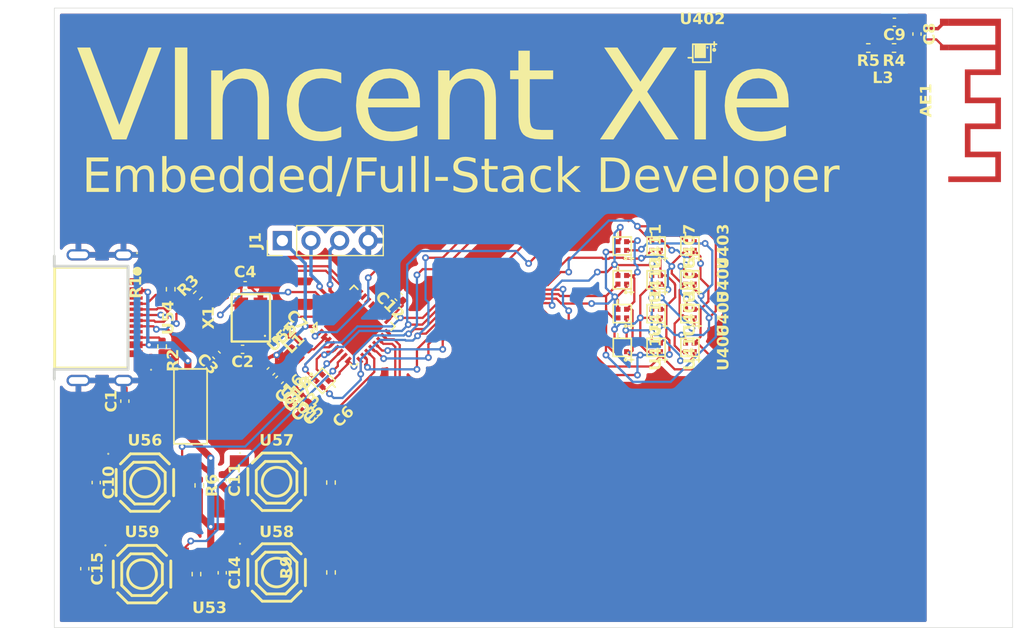
<source format=kicad_pcb>
(kicad_pcb (version 20240108) (generator "pcbnew") (generator_version "8.0")
  (layers (0 "F.Cu" signal) (31 "B.Cu" signal) (34 "B.Paste" user) (35 "F.Paste" user) (36 "B.SilkS" user "B.Silkscreen") (37 "F.SilkS" user "F.Silkscreen") (38 "B.Mask" user) (39 "F.Mask" user) (44 "Edge.Cuts" user))
  (net 0 "")
  (net 1 "+3.3V")
  (net 2 "+5V")
  (net 3 "XIN")
  (net 4 "XOUT")
  (net 5 "Net-(C7-Pad1)")
  (net 6 "Net-(U56-A)")
  (net 7 "Net-(U58-A)")
  (net 8 "Net-(U58-C)")
  (net 9 "ANT")
  (net 10 "Net-(U56-C)")
  (net 11 "UART_0_TX")
  (net 12 "UART_0_RX")
  (net 13 "Net-(U57-C)")
  (net 14 "Net-(U57-A)")
  (net 15 "USB_PU")
  (net 16 "Net-(U59-C)")
  (net 17 "GPIO9")
  (net 18 "EN")
  (net 19 "Net-(U59-A)")
  (net 20 "Net-(U54-CC1)")
  (net 21 "Net-(U54-CC2)")
  (net 22 "Net-(U54-DP1)")
  (net 23 "Net-(R4-Pad2)")
  (net 26 "USB_N")
  (net 27 "GPIO2")
  (net 31 "GPIO8")
  (net 34 "/LED_Matrix_7_pin/CTRL1")
  (net 35 "/LED_Matrix_7_pin/CTRL3")
  (net 36 "/LED_Matrix_7_pin/CTRL0")
  (net 40 "GND")
  (net 41 "Net-(AE1-A)")
  (net 42 "/LED_Matrix_7_pin/CTRL2")
  (net 43 "/ESP32/G10")
  (net 44 "/LED_Matrix_7_pin/CTRL5")
  (net 45 "/LED_Matrix_7_pin/CTRL4")
  (net 46 "/LED_Matrix_7_pin/CTRL6")
  (footprint "Capacitor_SMD:C_0402_1005Metric" (layer "F.Cu") (at 127 98.74)
    (property "Reference" "C4")
    (property "Value" "12pF")
  )
  (footprint "ESP_Antenna:ESPRESSIF_ESP32_MIFA_2.4GHz_Right" (layer "F.Cu") (at 188.891 77.746 -90)
    (property "Reference" "AE1")
    (property "Value" "Antenna")
  )
  (footprint "Capacitor_SMD:C_0402_1005Metric" (layer "F.Cu") (at 112.776001 123.870408 -90)
    (property "Reference" "C15")
    (property "Value" "100nF")
  )
  (footprint "Capacitor_SMD:C_0402_1005Metric" (layer "F.Cu") (at 116.332 108.994 90)
    (property "Reference" "C1")
    (property "Value" "1uF")
  )
  (footprint "Capacitor_SMD:C_0402_1005Metric" (layer "F.Cu") (at 129.287748 106.34457 -135)
    (property "Reference" "C18")
    (property "Value" "2.2uF")
  )
  (footprint "footprint:LED-ARRAY-SMD_4P-L1.0-W1.0-TR_NH-B1010RGBT" (layer "F.Cu") (at 133.858 107.188 135)
    (property "Reference" "U401")
    (property "Value" "NH-B1010RGBT-HF")
  )
  (footprint "Resistor_SMD:R_0402_1005Metric" (layer "F.Cu") (at 122.682001 124.348406 -90)
    (property "Reference" "R9")
    (property "Value" "10k")
  )
  (footprint "Capacitor_SMD:C_0402_1005Metric" (layer "F.Cu") (at 124.968001 124.233999 -90)
    (property "Reference" "C14")
    (property "Value" "10pF" (hide yes))
  )
  (footprint "Resistor_SMD:R_0402_1005Metric" (layer "F.Cu") (at 122.8 99.6 45)
    (property "Reference" "R3")
    (property "Value" "1.5k")
  )
  (footprint "footprint:LED-ARRAY-SMD_4P-L1.0-W1.0-TR_NH-B1010RGBT" (layer "F.Cu") (at 163.453066 95.223065 -90)
    (property "Reference" "U407")
    (property "Value" "NH-B1010RGBT-HF")
  )
  (footprint "footprint:LED-ARRAY-SMD_4P-L1.0-W1.0-TR_NH-B1010RGBT" (layer "F.Cu") (at 160.453067 101.223065 -90)
    (property "Reference" "U413")
    (property "Value" "NH-B1010RGBT-HF")
  )
  (footprint "footprint:SW-SMD_4P-L5.1-W5.1-P3.70-LS6.5-TL-2" (layer "F.Cu") (at 117.856001 124.350405)
    (property "Reference" "U59")
    (property "Value" "TS-1187A-B-A-B")
  )
  (footprint "Capacitor_SMD:C_0402_1005Metric" (layer "F.Cu") (at 186.595 76.405 -90)
    (property "Reference" "C8")
    (property "Value" "2pF")
  )
  (footprint "Capacitor_SMD:C_0402_1005Metric" (layer "F.Cu") (at 131.572 108.712 -135)
    (property "Reference" "C13")
    (property "Value" "100nF")
  )
  (footprint "Inductor_SMD:L_0402_1005Metric" (layer "F.Cu") (at 183.57 79.171 180)
    (property "Reference" "L3")
    (property "Value" "2.2nH")
  )
  (footprint "Capacitor_SMD:C_0402_1005Metric" (layer "F.Cu") (at 184.591 75.361 180)
    (property "Reference" "C9")
    (property "Value" "2pF")
  )
  (footprint "Resistor_SMD:R_0402_1005Metric" (layer "F.Cu") (at 134.620002 124.204 -90)
    (property "Reference" "R8" (hide yes))
    (property "Value" "10k")
  )
  (footprint "Capacitor_SMD:C_0402_1005Metric" (layer "F.Cu") (at 124.963951 115.996382 -90)
    (property "Reference" "C11")
    (property "Value" "100nF")
  )
  (footprint "footprint:SOT-223-3_L6.5-W3.4-P2.30-LS7.0-BR" (layer "F.Cu") (at 122.056034 109.459057 180)
    (property "Reference" "U53")
    (property "Value" "AMS1117-3_3")
  )
  (footprint "Resistor_SMD:R_0402_1005Metric" (layer "F.Cu") (at 122.936003 116.476407 -90)
    (property "Reference" "R6")
    (property "Value" "10k")
  )
  (footprint "footprint:SW-SMD_4P-L5.1-W5.1-P3.70-LS6.5-TL-2" (layer "F.Cu") (at 118.110002 116.222407)
    (property "Reference" "U56")
    (property "Value" "TS-1187A-B-A-B" (hide yes))
  )
  (footprint "footprint:LED-ARRAY-SMD_4P-L1.0-W1.0-TR_NH-B1010RGBT" (layer "F.Cu") (at 160.453066 98.223066 -90)
    (property "Reference" "U412")
    (property "Value" "NH-B1010RGBT-HF")
  )
  (footprint "Capacitor_SMD:C_0402_1005Metric" (layer "F.Cu") (at 113.789977 116.222407 -90)
    (property "Reference" "C10")
    (property "Value" "100nF")
  )
  (footprint "footprint:LED-ARRAY-SMD_4P-L1.0-W1.0-TR_NH-B1010RGBT" (layer "F.Cu") (at 160.453066 104.223065 -90)
    (property "Reference" "U414")
    (property "Value" "NH-B1010RGBT-HF")
  )
  (footprint "Capacitor_SMD:C_0402_1005Metric" (layer "F.Cu") (at 130.811748 107.86857 -135)
    (property "Reference" "C17")
    (property "Value" "1uF")
  )
  (footprint "Connector_PinHeader_2.54mm:PinHeader_1x04_P2.54mm_Vertical" (layer "F.Cu") (at 130.302 94.742 90)
    (property "Reference" "J1")
    (property "Value" "Conn_01x04_Socket")
  )
  (footprint "Resistor_SMD:R_0402_1005Metric" (layer "F.Cu") (at 134.615951 116.222382 -90)
    (property "Reference" "R7" (hide yes))
    (property "Value" "10k")
  )
  (footprint "footprint:LED-ARRAY-SMD_4P-L1.0-W1.0-TR_NH-B1010RGBT" (layer "F.Cu") (at 160.453066 95.223065 -90)
    (property "Reference" "U411")
    (property "Value" "NH-B1010RGBT-HF")
  )
  (footprint "Resistor_SMD:R_0402_1005Metric" (layer "F.Cu") (at 182.275 77.647 180)
    (property "Reference" "R5")
    (property "Value" "0")
  )
  (footprint "footprint:LED-ARRAY-SMD_4P-L1.0-W1.0-TR_NH-B1010RGBT" (layer "F.Cu") (at 163.453066 104.223064 -90)
    (property "Reference" "U410")
    (property "Value" "NH-B1010RGBT-HF")
  )
  (footprint "footprint:SW-SMD_4P-L5.1-W5.1-P3.70-LS6.5-TL-2" (layer "F.Cu") (at 129.794001 124.206)
    (property "Reference" "U58")
    (property "Value" "TS-1187A-B-A-B")
  )
  (footprint "footprint:LED-ARRAY-SMD_4P-L1.0-W1.0-TR_NH-B1010RGBT" (layer "F.Cu") (at 163.453065 101.223065 -90)
    (property "Reference" "U409")
    (property "Value" "NH-B1010RGBT-HF")
  )
  (footprint "Resistor_SMD:R_0402_1005Metric" (layer "F.Cu") (at 119.634 104.14 -90)
    (property "Reference" "R2")
    (property "Value" "5.1k")
  )
  (footprint "footprint:LED-ARRAY-SMD_4P-L1.0-W1.0-TR_NH-B1010RGBT" (layer "F.Cu") (at 167.508935 78.109065)
    (property "Reference" "U402")
    (property "Value" "NH-B1010RGBT-HF")
  )
  (footprint "Capacitor_SMD:C_0402_1005Metric" (layer "F.Cu") (at 132.377579 109.51758 -135)
    (property "Reference" "C6")
    (property "Value" "100nF")
  )
  (footprint "footprint:LED-ARRAY-SMD_4P-L1.0-W1.0-TR_NH-B1010RGBT" (layer "F.Cu") (at 166.453065 98.223066 -90)
    (property "Reference" "U404")
    (property "Value" "NH-B1010RGBT-HF")
  )
  (footprint "Inductor_SMD:L_0402_1005Metric" (layer "F.Cu") (at 132.245053 104.736947 45)
    (property "Reference" "L1")
    (property "Value" "3.9nH")
  )
  (footprint "Capacitor_SMD:C_0402_1005Metric" (layer "F.Cu") (at 140.630589 99.736589 135)
    (property "Reference" "C12")
    (property "Value" "1uF")
  )
  (footprint "footprint:SW-SMD_4P-L5.1-W5.1-P3.70-LS6.5-TL-2" (layer "F.Cu") (at 129.791975 116.150191)
    (property "Reference" "U57")
    (property "Value" "TS-1187A-B-A-B" (hide yes))
  )
  (footprint "Capacitor_SMD:C_0402_1005Metric" (layer "F.Cu") (at 124.46 104.902 135)
    (property "Reference" "C3")
    (property "Value" "1uF")
  )
  (footprint "Capacitor_SMD:C_0402_1005Metric" (layer "F.Cu") (at 133.096 110.236 -135)
    (property "Reference" "C5")
    (property "Value" "2.2uF")
  )
  (footprint "Capacitor_SMD:C_0402_1005Metric" (layer "F.Cu") (at 126.774 104.394 180)
    (property "Reference" "C2")
    (property "Value" "12pF")
  )
  (footprint "Resistor_SMD:R_0402_1005Metric" (layer "F.Cu") (at 120.396 99.062 90)
    (property "Reference" "R1")
    (property "Value" "5.1k")
  )
  (footprint "footprint:USB-C-SMD_YIYUAN_YTC-TC16-30" (layer "F.Cu") (at 114.772484 101.585057 -90)
    (property "Reference" "U54")
    (property "Value" "YTC-TC16-30")
    (fp_line (start -5.460757 4.69939) (end -4.571755 4.69939) (stroke (width 0.254)) (layer "Edge.Cuts"))
    (fp_line (start -4.571755 4.69939) (end -4.571755 -1.836043) (stroke (width 0.254)) (layer "Edge.Cuts"))
    (fp_line (start 4.572263 4.69939) (end 5.334265 4.69939) (stroke (width 0.254)) (layer "Edge.Cuts"))
    (fp_line (start 5.334265 4.69939) (end 5.461265 4.69939) (stroke (width 0.254)) (layer "Edge.Cuts"))
    (fp_line (start -4.571755 -1.836043) (end 4.572263 -1.836043) (stroke (width 0.254)) (layer "Edge.Cuts"))
    (fp_line (start 4.572263 -1.836043) (end 4.572263 4.69939) (stroke (width 0.254)) (layer "Edge.Cuts"))
  )
  (footprint "Capacitor_SMD:C_0402_1005Metric" (layer "F.Cu") (at 130.470589 102.784589 135)
    (property "Reference" "C7")
    (property "Value" "100nF")
  )
  (footprint "footprint:QFN-32_L5.0-W5.0-P0.50-TL-EP3.7" (layer "F.Cu") (at 136.652 102.362 45)
    (property "Reference" "U55")
    (property "Value" "ESP32-C3FH4")
  )
  (footprint "footprint:LED-ARRAY-SMD_4P-L1.0-W1.0-TR_NH-B1010RGBT" (layer "F.Cu") (at 166.453065 95.223065 -90)
    (property "Reference" "U403")
    (property "Value" "NH-B1010RGBT-HF")
  )
  (footprint "footprint:LED-ARRAY-SMD_4P-L1.0-W1.0-TR_NH-B1010RGBT" (layer "F.Cu") (at 166.453066 101.223065 -90)
    (property "Reference" "U405")
    (property "Value" "NH-B1010RGBT-HF")
  )
  (footprint "footprint:LED-ARRAY-SMD_4P-L1.0-W1.0-TR_NH-B1010RGBT" (layer "F.Cu") (at 163.453066 98.223065 -90)
    (property "Reference" "U408")
    (property "Value" "NH-B1010RGBT-HF")
  )
  (footprint "Inductor_SMD:L_0402_1005Metric" (layer "F.Cu") (at 131.483053 103.974947 45)
    (property "Reference" "L2")
    (property "Value" "3.9nH")
  )
  (footprint "Capacitor_SMD:C_0402_1005Metric" (layer "F.Cu") (at 130.049748 107.10657 -135)
    (property "Reference" "C16")
    (property "Value" "100nF")
  )
  (footprint "Resistor_SMD:R_0402_1005Metric" (layer "F.Cu") (at 184.561 77.647 180)
    (property "Reference" "R4")
    (property "Value" "0")
  )
  (footprint "footprint:LED-ARRAY-SMD_4P-L1.0-W1.0-TR_NH-B1010RGBT" (layer "F.Cu") (at 166.453065 104.223065 -90)
    (property "Reference" "U406")
    (property "Value" "NH-B1010RGBT-HF")
  )
  (footprint "footprint:CRYSTAL-SMD_4P-L3.2-W2.5-BL_SIT8008BI" (layer "F.Cu") (at 127.508 101.6 90)
    (property "Reference" "X1")
    (property "Value" "CF4040M00015001")
  )
  (gr_poly (pts (xy 110.073094 96.568801) (xy 110.072 74.1) (xy 195.072 74.1) (xy 195.072 129.1) (xy 110.072 129.1) (xy 110.073094 106.15732) (xy 116.608527 106.15732) (xy 116.608527 97.013302) (xy 110.073094 97.013302)) (stroke (width 0.05)) (fill none) (layer "Edge.Cuts"))
  (gr_text "VIncent Xie" (at 112.014 87.122 0) (layer "F.SilkS") (effects (font (size 8 8) (thickness 0.1)) (justify left bottom)))
  (gr_text "Embedded/Full-Stack Developer" (at 112.522 90.932 0) (layer "F.SilkS") (effects (font (size 3 3) (thickness 0.1)) (justify left bottom)))
  (segment (start 137.873497 104.644247) (end 138.452 105.22275) (width 0.2) (layer "F.Cu") (net 1))
  (segment (start 125.476 109.141977) (end 125.476 108.989592) (width 0.63) (layer "F.Cu") (net 1))
  (segment (start 131.902106 105.079894) (end 131.530411 105.451589) (width 0.63) (layer "F.Cu") (net 1))
  (segment (start 134.959411 109.896589) (end 133.435411 109.896589) (width 0.2) (layer "F.Cu") (net 1))
  (segment (start 131.140106 104.317894) (end 131.140106 104.492212) (width 0.63) (layer "F.Cu") (net 1))
  (segment (start 129.794 104.902) (end 129.794 105.838318) (width 0.3) (layer "F.Cu") (net 1))
  (segment (start 138.452 106.404) (end 134.959411 109.896589) (width 0.2) (layer "F.Cu") (net 1))
  (segment (start 124.799411 109.129434) (end 125.143977 109.474) (width 0.63) (layer "F.Cu") (net 1))
  (segment (start 125.143977 109.474) (end 125.476 109.141977) (width 0.63) (layer "F.Cu") (net 1))
  (segment (start 133.662646 101.84761) (end 134.01629 101.493966) (width 0.3) (layer "F.Cu") (net 1))
  (segment (start 139.641354 101.84761) (end 140.97 100.518964) (width 0.2) (layer "F.Cu") (net 1))
  (segment (start 129.627159 106.005159) (end 129.627159 106.088337) (width 0.63) (layer "F.Cu") (net 1))
  (segment (start 138.452 105.22275) (end 138.452 106.404) (width 0.2) (layer "F.Cu") (net 1))
  (segment (start 131.140106 104.317894) (end 131.902106 105.079894) (width 0.63) (layer "F.Cu") (net 1))
  (segment (start 133.148256 102.362) (end 132.334 102.362) (width 0.3) (layer "F.Cu") (net 1))
  (segment (start 133.662646 101.84761) (end 133.148256 102.362) (width 0.3) (layer "F.Cu") (net 1))
  (segment (start 129.794 105.838318) (end 129.627159 106.005159) (width 0.3) (layer "F.Cu") (net 1))
  (segment (start 140.97 100.518964) (end 140.97 100.076) (width 0.2) (layer "F.Cu") (net 1))
  (via (at 129.794 104.902) (size 0.6) (drill 0.3) (layers "F.Cu" "B.Cu") (net 1))
  (via (at 132.334 102.362) (size 0.6) (drill 0.3) (layers "F.Cu" "B.Cu") (net 1))
  (segment (start 132.334 102.362) (end 129.794 104.902) (width 0.3) (layer "B.Cu") (net 1))
  (segment (start 132.334 102.362) (end 132.334 96.774) (width 0.3) (layer "B.Cu") (net 1))
  (segment (start 132.334 96.774) (end 130.302 94.742) (width 0.3) (layer "B.Cu") (net 1))
  (segment (start 134.615951 118.856381) (end 134.615951 116.732381) (width 0.63) (layer "F.Cu") (net 2))
  (segment (start 134.620002 124.713999) (end 131.232216 124.713999) (width 0.63) (layer "F.Cu") (net 2))
  (segment (start 122.936003 116.986406) (end 122.936003 119.126003) (width 0.63) (layer "F.Cu") (net 2))
  (segment (start 132.842 120.142) (end 133.260192 120.142) (width 0.63) (layer "F.Cu") (net 2))
  (segment (start 121.679975 111.773975) (end 123.952 114.046) (width 0.63) (layer "F.Cu") (net 2))
  (segment (start 118.631975 111.773975) (end 119.204048 111.773975) (width 0.63) (layer "F.Cu") (net 2))
  (segment (start 117.452934 99.199949) (end 117.467877 99.185006) (width 0.3) (layer "F.Cu") (net 2))
  (segment (start 118.235006 99.185006) (end 118.364 99.314) (width 0.3) (layer "F.Cu") (net 2))
  (segment (start 123.952 120.142) (end 123.952 123.908405) (width 0.63) (layer "F.Cu") (net 2))
  (segment (start 123.002 124.858405) (end 122.682001 124.858405) (width 0.63) (layer "F.Cu") (net 2))
  (segment (start 126.660217 120.142) (end 125.73 120.142) (width 0.63) (layer "F.Cu") (net 2))
  (segment (start 119.734073 111.773975) (end 119.204048 111.773975) (width 0.63) (layer "F.Cu") (net 2))
  (segment (start 125.73 120.142) (end 132.842 120.142) (width 0.63) (layer "F.Cu") (net 2))
  (segment (start 117.566985 103.886) (end 117.452934 104.000051) (width 0.2) (layer "F.Cu") (net 2))
  (segment (start 121.92 109.588048) (end 119.734073 111.773975) (width 0.63) (layer "F.Cu") (net 2))
  (segment (start 122.936003 119.126003) (end 123.952 120.142) (width 0.63) (layer "F.Cu") (net 2))
  (segment (start 123.952 123.908405) (end 123.002 124.858405) (width 0.63) (layer "F.Cu") (net 2))
  (segment (start 119.204048 111.773975) (end 121.679975 111.773975) (width 0.63) (layer "F.Cu") (net 2))
  (segment (start 116.332 109.474) (end 118.631975 111.773975) (width 0.63) (layer "F.Cu") (net 2))
  (segment (start 118.479095 104.000051) (end 117.452934 104.000051) (width 0.2) (layer "F.Cu") (net 2))
  (segment (start 123.952 120.142) (end 125.73 120.142) (width 0.63) (layer "F.Cu") (net 2))
  (segment (start 131.232216 124.713999) (end 126.660217 120.142) (width 0.63) (layer "F.Cu") (net 2))
  (segment (start 117.467877 99.185006) (end 118.235006 99.185006) (width 0.3) (layer "F.Cu") (net 2))
  (segment (start 121.92 105.41) (end 121.92 109.588048) (width 0.63) (layer "F.Cu") (net 2))
  (segment (start 132.842 120.142) (end 133.330332 120.142) (width 0.63) (layer "F.Cu") (net 2))
  (segment (start 133.330332 120.142) (end 134.615951 118.856381) (width 0.63) (layer "F.Cu") (net 2))
  (via (at 118.479095 104.000051) (size 0.6) (drill 0.3) (layers "F.Cu" "B.Cu") (net 2))
  (via (at 118.364 99.314) (size 0.6) (drill 0.3) (layers "F.Cu" "B.Cu") (net 2))
  (via (at 123.952 114.046) (size 0.6) (drill 0.3) (layers "F.Cu" "B.Cu") (net 2))
  (via (at 121.92 105.41) (size 0.6) (drill 0.3) (layers "F.Cu" "B.Cu") (net 2))
  (via (at 123.952 120.142) (size 0.6) (drill 0.3) (layers "F.Cu" "B.Cu") (net 2))
  (segment (start 118.479095 104.000051) (end 120.510051 104.000051) (width 0.63) (layer "B.Cu") (net 2))
  (segment (start 118.364 103.884956) (end 118.364 99.314) (width 0.3) (layer "B.Cu") (net 2))
  (segment (start 123.952 114.046) (end 123.952 120.142) (width 0.63) (layer "B.Cu") (net 2))
  (segment (start 118.479095 104.000051) (end 118.364 103.884956) (width 0.3) (layer "B.Cu") (net 2))
  (segment (start 120.510051 104.000051) (end 121.92 105.41) (width 0.63) (layer "B.Cu") (net 2))
  (segment (start 127.282076 104.305987) (end 128.358013 103.23005) (width 0.5) (layer "F.Cu") (net 3))
  (segment (start 128.878076 101.499924) (end 128.358013 102.019987) (width 0.2) (layer "F.Cu") (net 3))
  (segment (start 133.12644 101.499924) (end 128.878076 101.499924) (width 0.2) (layer "F.Cu") (net 3))
  (segment (start 134.094404 100.865154) (end 133.76121 100.865154) (width 0.2) (layer "F.Cu") (net 3))
  (segment (start 134.369753 101.140503) (end 134.094404 100.865154) (width 0.2) (layer "F.Cu") (net 3))
  (segment (start 133.76121 100.865154) (end 133.12644 101.499924) (width 0.2) (layer "F.Cu") (net 3))
  (segment (start 128.358013 102.019987) (end 128.358013 102.700076) (width 0.2) (layer "F.Cu") (net 3))
  (segment (start 128.358013 103.23005) (end 128.358013 102.700076) (width 0.5) (layer "F.Cu") (net 3))
  (segment (start 125.640076 100.499924) (end 126.657987 100.499924) (width 0.2) (layer "F.Cu") (net 4))
  (segment (start 130.81 99.314) (end 133.225363 99.314) (width 0.2) (layer "F.Cu") (net 4))
  (segment (start 126.657987 98.907987) (end 126.657987 100.499924) (width 0.2) (layer "F.Cu") (net 4))
  (segment (start 124.8 101.34) (end 125.640076 100.499924) (width 0.2) (layer "F.Cu") (net 4))
  (segment (start 133.742591 99.806054) (end 134.723397 100.78686) (width 0.2) (layer "F.Cu") (net 4))
  (segment (start 126.36 98.61) (end 126.657987 98.907987) (width 0.2) (layer "F.Cu") (net 4))
  (segment (start 133.225363 99.314) (end 133.717417 99.806054) (width 0.2) (layer "F.Cu") (net 4))
  (segment (start 133.717417 99.806054) (end 133.742591 99.806054) (width 0.2) (layer "F.Cu") (net 4))
  (via (at 130.81 99.314) (size 0.6) (drill 0.3) (layers "F.Cu" "B.Cu") (net 4))
  (via (at 124.8 101.34) (size 0.6) (drill 0.3) (layers "F.Cu" "B.Cu") (net 4))
  (segment (start 126.728718 99.411282) (end 130.712718 99.411282) (width 0.2) (layer "B.Cu") (net 4))
  (segment (start 124.8 101.34) (end 126.728718 99.411282) (width 0.2) (layer "B.Cu") (net 4))
  (segment (start 130.712718 99.411282) (end 130.81 99.314) (width 0.2) (layer "B.Cu") (net 4))
  (segment (start 131.826 103.632) (end 132.588 104.394) (width 0.63) (layer "F.Cu") (net 5))
  (segment (start 132.588 104.394) (end 133.096 104.394) (width 0.2) (layer "F.Cu") (net 5))
  (segment (start 133.096 104.394) (end 134.011128 103.478872) (width 0.2) (layer "F.Cu") (net 5))
  (segment (start 134.265128 103.478872) (end 134.369753 103.583497) (width 0.2) (layer "F.Cu") (net 5))
  (segment (start 134.011128 103.478872) (end 134.265128 103.478872) (width 0.2) (layer "F.Cu") (net 5))
  (segment (start 130.81 103.124) (end 131.318 103.124) (width 0.63) (layer "F.Cu") (net 5))
  (segment (start 131.318 103.124) (end 131.826 103.632) (width 0.63) (layer "F.Cu") (net 5))
  (segment (start 134.01629 103.230034) (end 134.265128 103.478872) (width 0.2) (layer "F.Cu") (net 5))
  (segment (start 113.789977 115.392266) (end 114.810027 114.372216) (width 0.63) (layer "F.Cu") (net 6))
  (segment (start 113.789977 115.742407) (end 113.789977 115.392266) (width 0.63) (layer "F.Cu") (net 6))
  (segment (start 126.366191 122.355809) (end 124.968001 123.753999) (width 0.63) (layer "F.Cu") (net 7))
  (segment (start 126.494026 122.355809) (end 126.366191 122.355809) (width 0.63) (layer "F.Cu") (net 7))
  (segment (start 124.968001 124.713999) (end 125.151809 124.713999) (width 0.63) (layer "F.Cu") (net 8))
  (segment (start 125.151809 124.713999) (end 126.494026 126.056216) (width 0.63) (layer "F.Cu") (net 8))
  (segment (start 159.512 76.454) (end 176.784 76.454) (width 0.2) (layer "F.Cu") (net 9))
  (segment (start 181.846076 77.647) (end 181.765 77.647) (width 0.2) (layer "F.Cu") (net 9))
  (segment (start 133.662646 102.87639) (end 133.553106 102.87639) (width 0.2) (layer "F.Cu") (net 9))
  (segment (start 133.553106 102.87639) (end 133.200748 103.228748) (width 0.2) (layer "F.Cu") (net 9))
  (segment (start 137.922 98.044) (end 159.512 76.454) (width 0.2) (layer "F.Cu") (net 9))
  (segment (start 184.111 75.382076) (end 181.846076 77.647) (width 0.2) (layer "F.Cu") (net 9))
  (segment (start 176.784 76.454) (end 178.054 77.724) (width 0.2) (layer "F.Cu") (net 9))
  (segment (start 181.765 77.647) (end 181.765 77.851) (width 0.2) (layer "F.Cu") (net 9))
  (segment (start 178.054 77.724) (end 179.07 77.724) (width 0.2) (layer "F.Cu") (net 9))
  (segment (start 184.111 75.361) (end 184.111 75.382076) (width 0.2) (layer "F.Cu") (net 9))
  (segment (start 181.765 77.851) (end 183.085 79.171) (width 0.2) (layer "F.Cu") (net 9))
  (segment (start 179.07 77.724) (end 179.147 77.647) (width 0.2) (layer "F.Cu") (net 9))
  (segment (start 179.147 77.647) (end 181.765 77.647) (width 0.2) (layer "F.Cu") (net 9))
  (via (at 137.922 98.044) (size 0.6) (drill 0.3) (layers "F.Cu" "B.Cu") (net 9))
  (via (at 133.200748 103.228748) (size 0.6) (drill 0.3) (layers "F.Cu" "B.Cu") (net 9))
  (segment (start 133.559496 102.87) (end 135.128 102.87) (width 0.2) (layer "B.Cu") (net 9))
  (segment (start 133.200748 103.228748) (end 133.559496 102.87) (width 0.2) (layer "B.Cu") (net 9))
  (segment (start 135.128 102.87) (end 137.922 100.076) (width 0.2) (layer "B.Cu") (net 9))
  (segment (start 137.922 100.076) (end 137.922 98.044) (width 0.2) (layer "B.Cu") (net 9))
  (segment (start 113.789977 116.702407) (end 113.789977 117.052573) (width 0.63) (layer "F.Cu") (net 10))
  (segment (start 113.789977 117.052573) (end 114.810027 118.072623) (width 0.63) (layer "F.Cu") (net 10))
  (segment (start 135.07686 100.433397) (end 133.604 98.960537) (width 0.3) (layer "F.Cu") (net 11))
  (segment (start 133.604 98.960537) (end 133.604 98.806) (width 0.3) (layer "F.Cu") (net 11))
  (via (at 133.604 98.806) (size 0.6) (drill 0.3) (layers "F.Cu" "B.Cu") (net 11))
  (segment (start 133.604 98.552) (end 132.842 97.79) (width 0.3) (layer "B.Cu") (net 11))
  (segment (start 132.842 97.79) (end 132.842 94.742) (width 0.3) (layer "B.Cu") (net 11))
  (segment (start 133.604 98.806) (end 133.604 98.552) (width 0.3) (layer "B.Cu") (net 11))
  (segment (start 134.531633 99.180883) (end 134.531633 98.640367) (width 0.3) (layer "F.Cu") (net 12))
  (segment (start 135.430503 100.079753) (end 134.531633 99.180883) (width 0.3) (layer "F.Cu") (net 12))
  (via (at 134.531633 98.640367) (size 0.6) (drill 0.3) (layers "F.Cu" "B.Cu") (net 12))
  (segment (start 134.531633 98.640367) (end 134.531633 95.592366) (width 0.3) (layer "B.Cu") (net 12))
  (segment (start 134.531633 95.592366) (end 135.381999 94.742) (width 0.3) (layer "B.Cu") (net 12))
  (segment (start 124.963951 116.476382) (end 124.967975 116.476382) (width 0.63) (layer "F.Cu") (net 13))
  (segment (start 124.967975 116.476382) (end 126.492 118.000407) (width 0.63) (layer "F.Cu") (net 13))
  (segment (start 124.963951 115.516382) (end 125.275618 115.516382) (width 0.63) (layer "F.Cu") (net 14))
  (segment (start 125.275618 115.516382) (end 126.492 114.3) (width 0.63) (layer "F.Cu") (net 14))
  (segment (start 123.42 99.04) (end 125.04 97.42) (width 0.2) (layer "F.Cu") (net 15))
  (segment (start 135.508798 99.451122) (end 135.783966 99.72629) (width 0.2) (layer "F.Cu") (net 15))
  (segment (start 123.160624 99.239376) (end 123.36 99.04) (width 0.2) (layer "F.Cu") (net 15))
  (segment (start 125.04 97.42) (end 134.159796 97.42) (width 0.2) (layer "F.Cu") (net 15))
  (segment (start 123.36 99.04) (end 123.42 99.04) (width 0.2) (layer "F.Cu") (net 15))
  (segment (start 135.508798 98.769002) (end 135.508798 99.451122) (width 0.2) (layer "F.Cu") (net 15))
  (segment (start 134.159796 97.42) (end 135.508798 98.769002) (width 0.2) (layer "F.Cu") (net 15))
  (segment (start 112.776001 124.350408) (end 112.776001 124.420596) (width 0.63) (layer "F.Cu") (net 16))
  (segment (start 112.776001 124.420596) (end 114.556026 126.200621) (width 0.63) (layer "F.Cu") (net 16))
  (segment (start 140.716 104.018162) (end 140.20304 103.505202) (width 0.2) (layer "F.Cu") (net 17))
  (segment (start 140.20304 103.505202) (end 139.562878 103.505202) (width 0.2) (layer "F.Cu") (net 17))
  (segment (start 140.716 114.808) (end 140.716 104.018162) (width 0.2) (layer "F.Cu") (net 17))
  (segment (start 134.620002 123.694001) (end 134.432193 123.694001) (width 0.63) (layer "F.Cu") (net 17))
  (segment (start 139.562878 103.505202) (end 139.28771 103.230034) (width 0.2) (layer "F.Cu") (net 17))
  (segment (start 133.168216 122.355784) (end 140.716 114.808) (width 0.2) (layer "F.Cu") (net 17))
  (segment (start 134.432193 123.694001) (end 133.093976 122.355784) (width 0.63) (layer "F.Cu") (net 17))
  (segment (start 133.093976 122.355784) (end 133.168216 122.355784) (width 0.2) (layer "F.Cu") (net 17))
  (segment (start 135.22 105.561676) (end 135.783966 104.99771) (width 0.2) (layer "F.Cu") (net 18))
  (segment (start 122.174 121.412) (end 122.174 121.482165) (width 0.2) (layer "F.Cu") (net 18))
  (segment (start 135.22 105.883316) (end 135.22 105.561676) (width 0.2) (layer "F.Cu") (net 18))
  (segment (start 122.494194 123.838407) (end 121.155976 122.500189) (width 0.63) (layer "F.Cu") (net 18))
  (segment (start 134.775658 106.327658) (end 135.22 105.883316) (width 0.2) (layer "F.Cu") (net 18))
  (segment (start 122.174 121.482165) (end 121.155976 122.500189) (width 0.2) (layer "F.Cu") (net 18))
  (segment (start 122.682001 123.838407) (end 122.494194 123.838407) (width 0.63) (layer "F.Cu") (net 18))
  (via (at 122.174 121.412) (size 0.6) (drill 0.3) (layers "F.Cu" "B.Cu") (net 18))
  (via (at 134.775658 106.327658) (size 0.6) (drill 0.3) (layers "F.Cu" "B.Cu") (net 18))
  (segment (start 134.775658 106.327658) (end 124.567 116.536316) (width 0.2) (layer "B.Cu") (net 18))
  (segment (start 124.567 116.536316) (end 124.567 120.396741) (width 0.2) (layer "B.Cu") (net 18))
  (segment (start 123.551741 121.412) (end 122.174 121.412) (width 0.2) (layer "B.Cu") (net 18))
  (segment (start 124.567 120.396741) (end 123.551741 121.412) (width 0.2) (layer "B.Cu") (net 18))
  (segment (start 113.666195 122.500214) (end 112.776001 123.390408) (width 0.63) (layer "F.Cu") (net 19))
  (segment (start 114.556026 122.500214) (end 113.666195 122.500214) (width 0.63) (layer "F.Cu") (net 19))
  (segment (start 118.277812 100.350064) (end 119.055876 99.572) (width 0.2) (layer "F.Cu") (net 20))
  (segment (start 119.055876 99.572) (end 120.396 99.572) (width 0.2) (layer "F.Cu") (net 20))
  (segment (start 117.452934 100.350064) (end 118.277812 100.350064) (width 0.2) (layer "F.Cu") (net 20))
  (segment (start 117.452934 103.350064) (end 119.354063 103.350064) (width 0.2) (layer "F.Cu") (net 21))
  (segment (start 119.354063 103.350064) (end 119.634 103.630001) (width 0.2) (layer "F.Cu") (net 21))
  (segment (start 119.502936 101.350064) (end 117.452934 101.350064) (width 0.2) (layer "F.Cu") (net 22))
  (segment (start 121.928752 100.231248) (end 120.904 101.256) (width 0.2) (layer "F.Cu") (net 22))
  (segment (start 118.860064 102.350064) (end 117.452934 102.350064) (width 0.2) (layer "F.Cu") (net 22))
  (segment (start 120.904 101.256) (end 120.904 102.108) (width 0.2) (layer "F.Cu") (net 22))
  (segment (start 119.126 102.616) (end 118.860064 102.350064) (width 0.2) (layer "F.Cu") (net 22))
  (segment (start 119.507 101.346) (end 119.502936 101.350064) (width 0.2) (layer "F.Cu") (net 22))
  (segment (start 122.168752 100.231248) (end 121.928752 100.231248) (width 0.2) (layer "F.Cu") (net 22))
  (segment (start 122.439376 99.960624) (end 122.168752 100.231248) (width 0.2) (layer "F.Cu") (net 22))
  (via (at 120.904 102.108) (size 0.6) (drill 0.3) (layers "F.Cu" "B.Cu") (net 22))
  (via (at 119.126 102.616) (size 0.6) (drill 0.3) (layers "F.Cu" "B.Cu") (net 22))
  (via (at 119.507 101.346) (size 0.6) (drill 0.3) (layers "F.Cu" "B.Cu") (net 22))
  (segment (start 120.523 101.854) (end 120.523 102.108) (width 0.2) (layer "B.Cu") (net 22))
  (segment (start 119.507 101.346) (end 120.269 101.346) (width 0.2) (layer "B.Cu") (net 22))
  (segment (start 119.126 102.616) (end 120.015 102.616) (width 0.2) (layer "B.Cu") (net 22))
  (segment (start 120.269 101.346) (end 120.523 101.6) (width 0.2) (layer "B.Cu") (net 22))
  (segment (start 120.523 101.6) (end 120.523 101.854) (width 0.2) (layer "B.Cu") (net 22))
  (segment (start 120.015 102.616) (end 120.523 102.108) (width 0.2) (layer "B.Cu") (net 22))
  (segment (start 120.523 102.108) (end 120.904 102.108) (width 0.2) (layer "B.Cu") (net 22))
  (segment (start 182.785 77.647) (end 184.051 77.647) (width 0.2) (layer "F.Cu") (net 23))
  (segment (start 118.925622 101.849936) (end 117.452934 101.849936) (width 0.2) (layer "F.Cu") (net 26))
  (segment (start 117.359936 100.849936) (end 117.348 100.838) (width 0.2) (layer "F.Cu") (net 26))
  (segment (start 117.452934 100.849936) (end 119.154535 100.849936) (width 0.2) (layer "F.Cu") (net 26))
  (segment (start 134.325482 97.02) (end 136.13761 98.832128) (width 0.2) (layer "F.Cu") (net 26))
  (segment (start 136.13761 98.832128) (end 136.13761 99.372646) (width 0.2) (layer "F.Cu") (net 26))
  (segment (start 119.791936 101.950064) (end 119.02575 101.950064) (width 0.2) (layer "F.Cu") (net 26))
  (segment (start 124.144 97.02) (end 134.325482 97.02) (width 0.2) (layer "F.Cu") (net 26))
  (segment (start 119.796 100.746) (end 120.107 101.057) (width 0.2) (layer "F.Cu") (net 26))
  (segment (start 117.452934 100.849936) (end 117.359936 100.849936) (width 0.2) (layer "F.Cu") (net 26))
  (segment (start 120.107 101.057) (end 120.107 101.635) (width 0.2) (layer "F.Cu") (net 26))
  (segment (start 119.154535 100.849936) (end 119.258471 100.746) (width 0.2) (layer "F.Cu") (net 26))
  (segment (start 119.258471 100.746) (end 119.796 100.746) (width 0.2) (layer "F.Cu") (net 26))
  (segment (start 120.107 101.057) (end 124.144 97.02) (width 0.2) (layer "F.Cu") (net 26))
  (segment (start 119.02575 101.950064) (end 118.925622 101.849936) (width 0.2) (layer "F.Cu") (net 26))
  (segment (start 120.107 101.635) (end 119.791936 101.950064) (width 0.2) (layer "F.Cu") (net 26))
  (segment (start 121.412 113.03) (end 121.412 114.370168) (width 0.2) (layer "F.Cu") (net 27))
  (segment (start 121.409977 114.440382) (end 122.936003 115.966408) (width 0.63) (layer "F.Cu") (net 27))
  (segment (start 134.41475 105.66) (end 135.430503 104.644247) (width 0.2) (layer "F.Cu") (net 27))
  (segment (start 121.409977 114.372191) (end 121.409977 114.440382) (width 0.63) (layer "F.Cu") (net 27))
  (segment (start 121.412 114.370168) (end 121.409977 114.372191) (width 0.2) (layer "F.Cu") (net 27))
  (segment (start 134.24 105.66) (end 134.41475 105.66) (width 0.2) (layer "F.Cu") (net 27))
  (via (at 121.412 113.03) (size 0.6) (drill 0.3) (layers "F.Cu" "B.Cu") (net 27))
  (via (at 134.24 105.66) (size 0.6) (drill 0.3) (layers "F.Cu" "B.Cu") (net 27))
  (segment (start 134.24 105.79) (end 127 113.03) (width 0.2) (layer "B.Cu") (net 27))
  (segment (start 134.24 105.66) (end 134.24 105.79) (width 0.2) (layer "B.Cu") (net 27))
  (segment (start 127 113.03) (end 121.412 113.03) (width 0.2) (layer "B.Cu") (net 27))
  (segment (start 134.504358 115.712383) (end 133.09195 114.299975) (width 0.63) (layer "F.Cu") (net 31))
  (segment (start 140.316 104.183848) (end 140.037354 103.905202) (width 0.2) (layer "F.Cu") (net 31))
  (segment (start 140.316 107.075925) (end 140.316 104.183848) (width 0.2) (layer "F.Cu") (net 31))
  (segment (start 140.037354 103.905202) (end 139.255952 103.905202) (width 0.2) (layer "F.Cu") (net 31))
  (segment (start 134.615951 115.712383) (end 134.504358 115.712383) (width 0.63) (layer "F.Cu") (net 31))
  (segment (start 133.09195 114.299975) (end 140.316 107.075925) (width 0.2) (layer "F.Cu") (net 31))
  (segment (start 139.255952 103.905202) (end 138.934247 103.583497) (width 0.2) (layer "F.Cu") (net 31))
  (segment (start 163.068001 94.412995) (end 163.067998 94.838) (width 0.2) (layer "F.Cu") (net 34))
  (segment (start 141.470603 102.2) (end 142.713686 102.2) (width 0.2) (layer "F.Cu") (net 34))
  (segment (start 165.646003 97.028) (end 166.068002 97.449999) (width 0.2) (layer "F.Cu") (net 34))
  (segment (start 134.03 104.88) (end 134.297691 104.612309) (width 0.2) (layer "F.Cu") (net 34))
  (segment (start 134.03 104.88) (end 133.741372 104.88) (width 0.2) (layer "F.Cu") (net 34))
  (segment (start 166.068002 103.492002) (end 166.068002 103.838) (width 0.2) (layer "F.Cu") (net 34))
  (segment (start 166.068002 97.449999) (end 166.068002 97.838001) (width 0.2) (layer "F.Cu") (net 34))
  (segment (start 163.83813 102.287005) (end 163.763135 102.362) (width 0.2) (layer "F.Cu") (net 34))
  (segment (start 168.319006 77.724) (end 168.419006 77.824) (width 0.2) (layer "F.Cu") (net 34))
  (segment (start 166.067999 94.838) (end 165.542994 94.312994) (width 0.2) (layer "F.Cu") (net 34))
  (segment (start 168.419006 77.824) (end 168.419006 80.500994) (width 0.2) (layer "F.Cu") (net 34))
  (segment (start 168.419006 80.500994) (end 152.146 96.774) (width 0.2) (layer "F.Cu") (net 34))
  (segment (start 166.142991 100.763007) (end 166.067999 100.837999) (width 0.2) (layer "F.Cu") (net 34))
  (segment (start 146.215686 98.698) (end 153.835686 98.698) (width 0.2) (layer "F.Cu") (net 34))
  (segment (start 154.997686 97.536) (end 155.702 97.536) (width 0.2) (layer "F.Cu") (net 34))
  (segment (start 165.7 103.124) (end 166.068002 103.492002) (width 0.2) (layer "F.Cu") (net 34))
  (segment (start 133.741372 104.88) (end 133.35 105.271372) (width 0.2) (layer "F.Cu") (net 34))
  (segment (start 161.798 93.472) (end 161.798 93.567999) (width 0.2) (layer "F.Cu") (net 34))
  (segment (start 133.35 105.271372) (end 133.35 106.172) (width 0.2) (layer "F.Cu") (net 34))
  (segment (start 161.798 93.472) (end 167.472529 93.472) (width 0.2) (layer "F.Cu") (net 34))
  (segment (start 165.542994 94.312994) (end 163.168002 94.312994) (width 0.2) (layer "F.Cu") (net 34))
  (segment (start 133.35 106.172) (end 133.821436 106.643436) (width 0.2) (layer "F.Cu") (net 34))
  (segment (start 167.894 77.724) (end 168.319006 77.724) (width 0.2) (layer "F.Cu") (net 34))
  (segment (start 167.472529 93.472) (end 168.748 94.747471) (width 0.2) (layer "F.Cu") (net 34))
  (segment (start 153.835686 98.698) (end 154.997686 97.536) (width 0.2) (layer "F.Cu") (net 34))
  (segment (start 134.755154 104.612309) (end 135.07686 104.290603) (width 0.2) (layer "F.Cu") (net 34))
  (segment (start 168.748 101) (end 168.148 101.6) (width 0.2) (layer "F.Cu") (net 34))
  (segment (start 142.713686 102.2) (end 146.215686 98.698) (width 0.2) (layer "F.Cu") (net 34))
  (segment (start 168.748 94.747471) (end 168.748 101) (width 0.2) (layer "F.Cu") (net 34))
  (segment (start 166.142993 99.918001) (end 166.142991 100.763007) (width 0.2) (layer "F.Cu") (net 34))
  (segment (start 134.297691 104.612309) (end 134.755154 104.612309) (width 0.2) (layer "F.Cu") (net 34))
  (segment (start 163.83813 101.60813) (end 163.83813 102.287005) (width 0.2) (layer "F.Cu") (net 34))
  (segment (start 161.798 93.567999) (end 163.068001 94.838) (width 0.2) (layer "F.Cu") (net 34))
  (segment (start 163.168002 94.312994) (end 163.068001 94.412995) (width 0.2) (layer "F.Cu") (net 34))
  (via (at 163.763135 102.362) (size 0.6) (drill 0.3) (layers "F.Cu" "B.Cu") (net 34))
  (via (at 165.646003 97.028) (size 0.6) (drill 0.3) (layers "F.Cu" "B.Cu") (net 34))
  (via (at 155.702 97.536) (size 0.6) (drill 0.3) (layers "F.Cu" "B.Cu") (net 34))
  (via (at 168.148 101.6) (size 0.6) (drill 0.3) (layers "F.Cu" "B.Cu") (net 34))
  (via (at 161.798 93.472) (size 0.6) (drill 0.3) (layers "F.Cu" "B.Cu") (net 34))
  (via (at 152.146 96.774) (size 0.6) (drill 0.3) (layers "F.Cu" "B.Cu") (net 34))
  (via (at 141.470603 102.2) (size 0.6) (drill 0.3) (layers "F.Cu" "B.Cu") (net 34))
  (via (at 165.7 103.124) (size 0.6) (drill 0.3) (layers "F.Cu" "B.Cu") (net 34))
  (via (at 166.142993 99.918001) (size 0.6) (drill 0.3) (layers "F.Cu" "B.Cu") (net 34))
  (via (at 134.03 104.88) (size 0.6) (drill 0.3) (layers "F.Cu" "B.Cu") (net 34))
  (segment (start 165.1 103.124) (end 164.338 102.362) (width 0.2) (layer "B.Cu") (net 34))
  (segment (start 168.148 101.6) (end 168.148 102.616) (width 0.2) (layer "B.Cu") (net 34))
  (segment (start 165.7 103.124) (end 165.1 103.124) (width 0.2) (layer "B.Cu") (net 34))
  (segment (start 152.146 96.774) (end 151.038 95.666) (width 0.2) (layer "B.Cu") (net 34))
  (segment (start 164.338 102.362) (end 163.763135 102.362) (width 0.2) (layer "B.Cu") (net 34))
  (segment (start 161.29 92.964) (end 161.798 93.472) (width 0.2) (layer "B.Cu") (net 34))
  (segment (start 168.148 101.346) (end 168.148 101.6) (width 0.2) (layer "B.Cu") (net 34))
  (segment (start 134.03 104.88) (end 134.388 104.88) (width 0.2) (layer "B.Cu") (net 34))
  (segment (start 155.702 97.536) (end 155.702 96.52) (width 0.2) (layer "B.Cu") (net 34))
  (segment (start 166.856477 100.054477) (end 168.148 101.346) (width 0.2) (layer "B.Cu") (net 34))
  (segment (start 159.258 92.964) (end 161.29 92.964) (width 0.2) (layer "B.Cu") (net 34))
  (segment (start 165.646003 99.439872) (end 166.124132 99.918001) (width 0.2) (layer "B.Cu") (net 34))
  (segment (start 167.64 103.124) (end 165.7 103.124) (width 0.2) (layer "B.Cu") (net 34))
  (segment (start 140.908603 102.762) (end 141.470603 102.2) (width 0.2) (layer "B.Cu") (net 34))
  (segment (start 166.124132 99.918001) (end 166.142993 99.918001) (width 0.2) (layer "B.Cu") (net 34))
  (segment (start 166.279469 100.054477) (end 166.856477 100.054477) (width 0.2) (layer "B.Cu") (net 34))
  (segment (start 137.129372 102.762) (end 140.908603 102.762) (width 0.2) (layer "B.Cu") (net 34))
  (segment (start 168.148 102.616) (end 167.64 103.124) (width 0.2) (layer "B.Cu") (net 34))
  (segment (start 134.388 104.88) (end 135.09 104.178) (width 0.2) (layer "B.Cu") (net 34))
  (segment (start 155.702 96.52) (end 159.258 92.964) (width 0.2) (layer "B.Cu") (net 34))
  (segment (start 141.373873 102.10327) (end 141.470603 102.2) (width 0.2) (layer "B.Cu") (net 34))
  (segment (start 135.09 104.178) (end 135.713371 104.178) (width 0.2) (layer "B.Cu") (net 34))
  (segment (start 165.646003 97.028) (end 165.646003 99.439872) (width 0.2) (layer "B.Cu") (net 34))
  (segment (start 135.713371 104.178) (end 137.129372 102.762) (width 0.2) (layer "B.Cu") (net 34))
  (segment (start 151.038 95.666) (end 142.586 95.666) (width 0.2) (layer "B.Cu") (net 34))
  (segment (start 141.373873 96.878127) (end 141.373873 102.10327) (width 0.2) (layer "B.Cu") (net 34))
  (segment (start 142.586 95.666) (end 141.373873 96.878127) (width 0.2) (layer "B.Cu") (net 34))
  (segment (start 166.142993 99.918001) (end 166.279469 100.054477) (width 0.2) (layer "B.Cu") (net 34))
  (segment (start 143.045058 103) (end 146.547058 99.498) (width 0.2) (layer "F.Cu") (net 35))
  (segment (start 167.44 99.64) (end 166.83813 99.03813) (width 0.2) (layer "F.Cu") (net 35))
  (segment (start 162.048 95.60813) (end 160.838131 95.60813) (width 0.2) (layer "F.Cu") (net 35))
  (segment (start 159.016132 103.981267) (end 159.642995 104.60813) (width 0.2) (layer "F.Cu") (net 35))
  (segment (start 159.016132 100.838) (end 159.016132 103.981267) (width 0.2) (layer "F.Cu") (net 35))
  (segment (start 143.002 96.266) (end 144.526 96.266) (width 0.2) (layer "F.Cu") (net 35))
  (segment (start 154.945471 99.66) (end 159.016132 99.66) (width 0.2) (layer "F.Cu") (net 35))
  (segment (start 167.8 94.996) (end 166.99613 94.996) (width 0.2) (layer "F.Cu") (net 35))
  (segment (start 142.293779 103.2) (end 142.493779 103) (width 0.2) (layer "F.Cu") (net 35))
  (segment (start 159.642995 104.60813) (end 160.068001 104.60813) (width 0.2) (layer "F.Cu") (net 35))
  (segment (start 159.642996 101.60813) (end 160.068002 101.60813) (width 0.2) (layer "F.Cu") (net 35))
  (segment (start 142.493779 103) (end 143.045058 103) (width 0.2) (layer "F.Cu") (net 35))
  (segment (start 144.526 96.266) (end 163.068 77.724) (width 0.2) (layer "F.Cu") (net 35))
  (segment (start 159.016132 99.66) (end 159.016132 100.838) (width 0.2) (layer "F.Cu") (net 35))
  (segment (start 163.068 77.724) (end 167.12387 77.724) (width 0.2) (layer "F.Cu") (net 35))
  (segment (start 159.016132 100.981266) (end 159.642996 101.60813) (width 0.2) (layer "F.Cu") (net 35))
  (segment (start 162.15213 95.504) (end 162.048 95.60813) (width 0.2) (layer "F.Cu") (net 35))
  (segment (start 159.016132 100.838) (end 159.016132 100.981266) (width 0.2) (layer "F.Cu") (net 35))
  (segment (start 137.252 105.436964) (end 137.16639 105.351354) (width 0.2) (layer "F.Cu") (net 35))
  (segment (start 166.83813 99.03813) (end 166.83813 98.608131) (width 0.2) (layer "F.Cu") (net 35))
  (segment (start 146.547058 99.498) (end 154.783471 99.498) (width 0.2) (layer "F.Cu") (net 35))
  (segment (start 159.004 104.902) (end 159.004 103.993399) (width 0.2) (layer "F.Cu") (net 35))
  (segment (start 134.604106 108.458) (end 133.858 107.711894) (width 0.2) (layer "F.Cu") (net 35))
  (segment (start 137.252 106.588) (end 137.252 105.436964) (width 0.2) (layer "F.Cu") (net 35))
  (segment (start 154.783471 99.498) (end 154.945471 99.66) (width 0.2) (layer "F.Cu") (net 35))
  (segment (start 159.004 103.993399) (end 159.016132 103.981267) (width 0.2) (layer "F.Cu") (net 35))
  (segment (start 166.99613 94.996) (end 166.83813 94.838) (width 0.2) (layer "F.Cu") (net 35))
  (segment (start 159.016132 99.66) (end 160.068001 98.608131) (width 0.2) (layer "F.Cu") (net 35))
  (via (at 143.002 96.266) (size 0.6) (drill 0.3) (layers "F.Cu" "B.Cu") (net 35))
  (via (at 134.485053 108.338947) (size 0.6) (drill 0.3) (layers "F.Cu" "B.Cu") (net 35))
  (via (at 167.8 94.996) (size 0.6) (drill 0.3) (layers "F.Cu" "B.Cu") (net 35))
  (via (at 137.252 106.588) (size 0.6) (drill 0.3) (layers "F.Cu" "B.Cu") (net 35))
  (via (at 167.44 99.64) (size 0.6) (drill 0.3) (layers "F.Cu" "B.Cu") (net 35))
  (via (at 162.15213 95.504) (size 0.6) (drill 0.3) (layers "F.Cu" "B.Cu") (net 35))
  (via (at 142.293779 103.2) (size 0.6) (drill 0.3) (layers "F.Cu" "B.Cu") (net 35))
  (via (at 159.004 104.902) (size 0.6) (drill 0.3) (layers "F.Cu" "B.Cu") (net 35))
  (segment (start 168.44 98.64) (end 167.44 99.64) (width 0.2) (layer "B.Cu") (net 35))
  (segment (start 167.44 99.64) (end 167.44 100.043471) (width 0.2) (layer "B.Cu") (net 35))
  (segment (start 167.8 94.996) (end 162.66013 94.996) (width 0.2) (layer "B.Cu") (net 35))
  (segment (start 162.66013 94.996) (end 162.15213 95.504) (width 0.2) (layer "B.Cu") (net 35))
  (segment (start 141.876688 103.617091) (end 142.293779 103.2) (width 0.2) (layer "B.Cu") (net 35))
  (segment (start 138.95947 103.562001) (end 141.198422 103.562001) (width 0.2) (layer "B.Cu") (net 35))
  (segment (start 141.253512 103.617091) (end 141.876688 103.617091) (width 0.2) (layer "B.Cu") (net 35))
  (segment (start 164.754 107.28) (end 161.382 107.28) (width 0.2) (layer "B.Cu") (net 35))
  (segment (start 143.002 96.266) (end 143.002 99.968442) (width 0.2) (layer "B.Cu") (net 35))
  (segment (start 143.256 102.237779) (end 142.293779 103.2) (width 0.2) (layer "B.Cu") (net 35))
  (segment (start 135.636 108.712) (end 134.858106 108.712) (width 0.2) (layer "B.Cu") (net 35))
  (segment (start 143.256 100.222442) (end 143.256 102.237779) (width 0.2) (layer "B.Cu") (net 35))
  (segment (start 168.748 103.286) (end 164.754 107.28) (width 0.2) (layer "B.Cu") (net 35))
  (segment (start 167.8 94.996) (end 168.44 95.636) (width 0.2) (layer "B.Cu") (net 35))
  (segment (start 134.858106 108.712) (end 134.485053 108.338947) (width 0.2) (layer "B.Cu") (net 35))
  (segment (start 137.252 106.588) (end 137.252 107.096) (width 0.2) (layer "B.Cu") (net 35))
  (segment (start 167.44 100.043471) (end 168.748 101.351471) (width 0.2) (layer "B.Cu") (net 35))
  (segment (start 141.198422 103.562001) (end 141.253512 103.617091) (width 0.2) (layer "B.Cu") (net 35))
  (segment (start 168.44 95.636) (end 168.44 98.64) (width 0.2) (layer "B.Cu") (net 35))
  (segment (start 137.252 106.588) (end 137.252 105.269471) (width 0.2) (layer "B.Cu") (net 35))
  (segment (start 168.748 101.351471) (end 168.748 103.286) (width 0.2) (layer "B.Cu") (net 35))
  (segment (start 137.252 105.269471) (end 138.95947 103.562001) (width 0.2) (layer "B.Cu") (net 35))
  (segment (start 137.252 107.096) (end 135.636 108.712) (width 0.2) (layer "B.Cu") (net 35))
  (segment (start 143.002 99.968442) (end 143.256 100.222442) (width 0.2) (layer "B.Cu") (net 35))
  (segment (start 161.382 107.28) (end 159.004 104.902) (width 0.2) (layer "B.Cu") (net 35))
  (segment (start 165.542994 101.665006) (end 165.542994 100.838) (width 0.2) (layer "F.Cu") (net 36))
  (segment (start 133.843377 104.212309) (end 134.448228 104.212309) (width 0.2) (layer "F.Cu") (net 36))
  (segment (start 142.748 101.6) (end 146.05 98.298) (width 0.2) (layer "F.Cu") (net 36))
  (segment (start 158.663471 96.266) (end 158.755471 96.358) (width 0.2) (layer "F.Cu") (net 36))
  (segment (start 159.344529 96.266) (end 160.544131 96.266) (width 0.2) (layer "F.Cu") (net 36))
  (segment (start 132.345411 105.710275) (end 133.843377 104.212309) (width 0.2) (layer "F.Cu") (net 36))
  (segment (start 166.068002 98.60813) (end 165.542994 99.133136) (width 0.2) (layer "F.Cu") (net 36))
  (segment (start 167.894 78.49413) (end 167.894 78.919136) (width 0.2) (layer "F.Cu") (net 36))
  (segment (start 158.755471 96.358) (end 159.252529 96.358) (width 0.2) (layer "F.Cu") (net 36))
  (segment (start 166.068 98.608131) (end 165.788118 98.608131) (width 0.2) (layer "F.Cu") (net 36))
  (segment (start 164.846 97.028) (end 164.846 96.830131) (width 0.2) (layer "F.Cu") (net 36))
  (segment (start 165.788118 98.608131) (end 164.846 97.666013) (width 0.2) (layer "F.Cu") (net 36))
  (segment (start 146.05 98.298) (end 148.336 98.298) (width 0.2) (layer "F.Cu") (net 36))
  (segment (start 160.618131 96.34) (end 161.972 96.34) (width 0.2) (layer "F.Cu") (net 36))
  (segment (start 153.67 98.298) (end 155.702 96.266) (width 0.2) (layer "F.Cu") (net 36))
  (segment (start 132.345411 106.172) (end 132.345411 106.256539) (width 0.2) (layer "F.Cu") (net 36))
  (segment (start 164.5 99.09) (end 164.01813 98.60813) (width 0.2) (layer "F.Cu") (net 36))
  (segment (start 165.542994 100.838) (end 165.542994 101.368863) (width 0.2) (layer "F.Cu") (net 36))
  (segment (start 165.1 102.108) (end 165.542994 101.665006) (width 0.2) (layer "F.Cu") (net 36))
  (segment (start 165.1 104.065135) (end 165.642994 104.608129) (width 0.2) (layer "F.Cu") (net 36))
  (segment (start 165.828734 101.368863) (end 166.068001 101.60813) (width 0.2) (layer "F.Cu") (net 36))
  (segment (start 164.01813 98.60813) (end 163.838131 98.60813) (width 0.2) (layer "F.Cu") (net 36))
  (segment (start 164.846 97.666013) (end 164.846 97.028) (width 0.2) (layer "F.Cu") (net 36))
  (segment (start 132.345411 106.256539) (end 133.276872 107.188) (width 0.2) (layer "F.Cu") (net 36))
  (segment (start 164.846 96.830131) (end 165.542995 96.133136) (width 0.2) (layer "F.Cu") (net 36))
  (segment (start 165.542994 99.133136) (end 165.542994 100.838) (width 0.2) (layer "F.Cu") (net 36))
  (segment (start 166.068002 95.608129) (end 165.542995 96.133136) (width 0.2) (layer "F.Cu") (net 36))
  (segment (start 134.448228 104.212309) (end 134.723397 103.93714) (width 0.2) (layer "F.Cu") (net 36))
  (segment (start 155.702 96.266) (end 158.663471 96.266) (width 0.2) (layer "F.Cu") (net 36))
  (segment (start 165.542994 101.368863) (end 165.828734 101.368863) (width 0.2) (layer "F.Cu") (net 36))
  (segment (start 132.345411 106.172) (end 132.345411 105.710275) (width 0.2) (layer "F.Cu") (net 36))
  (segment (start 165.1 102.108) (end 165.1 104.065135) (width 0.2) (layer "F.Cu") (net 36))
  (segment (start 148.515136 98.298) (end 148.336 98.298) (width 0.2) (layer "F.Cu") (net 36))
  (segment (start 140.773873 101.6) (end 142.748 101.6) (width 0.2) (layer "F.Cu") (net 36))
  (segment (start 159.252529 96.358) (end 159.344529 96.266) (width 0.2) (layer "F.Cu") (net 36))
  (segment (start 162.372128 96.304003) (end 163.068001 95.60813) (width 0.2) (layer "F.Cu") (net 36))
  (segment (start 162.15213 96.304003) (end 162.15213 96.52013) (width 0.2) (layer "F.Cu") (net 36))
  (segment (start 148.336 98.298) (end 153.67 98.298) (width 0.2) (layer "F.Cu") (net 36))
  (segment (start 167.894 78.919136) (end 148.515136 98.298) (width 0.2) (layer "F.Cu") (net 36))
  (segment (start 162.15213 96.304003) (end 162.372128 96.304003) (width 0.2) (layer "F.Cu") (net 36))
  (segment (start 165.642994 104.608129) (end 166.068002 104.608129) (width 0.2) (layer "F.Cu") (net 36))
  (segment (start 160.544131 96.266) (end 160.618131 96.34) (width 0.2) (layer "F.Cu") (net 36))
  (via (at 164.5 99.09) (size 0.6) (drill 0.3) (layers "F.Cu" "B.Cu") (net 36))
  (via (at 162.15213 96.304003) (size 0.6) (drill 0.3) (layers "F.Cu" "B.Cu") (net 36))
  (via (at 132.345411 106.172) (size 0.6) (drill 0.3) (layers "F.Cu" "B.Cu") (net 36))
  (via (at 140.773873 101.6) (size 0.6) (drill 0.3) (layers "F.Cu" "B.Cu") (net 36))
  (via (at 164.846 97.028) (size 0.6) (drill 0.3) (layers "F.Cu" "B.Cu") (net 36))
  (segment (start 132.345411 106.172) (end 132.345411 105.710276) (width 0.2) (layer "B.Cu") (net 36))
  (segment (start 162.15213 96.304003) (end 162.282133 96.174) (width 0.2) (layer "B.Cu") (net 36))
  (segment (start 132.345411 105.710276) (end 134.277687 103.778) (width 0.2) (layer "B.Cu") (net 36))
  (segment (start 164.5 99.09) (end 164.5 97.374) (width 0.2) (layer "B.Cu") (net 36))
  (segment (start 136.963686 102.362) (end 140.011873 102.362) (width 0.2) (layer "B.Cu") (net 36))
  (segment (start 134.277687 103.778) (end 135.547686 103.778) (width 0.2) (layer "B.Cu") (net 36))
  (segment (start 163.992 96.174) (end 164.846 97.028) (width 0.2) (layer "B.Cu") (net 36))
  (segment (start 164.5 97.374) (end 164.846 97.028) (width 0.2) (layer "B.Cu") (net 36))
  (segment (start 140.011873 102.362) (end 140.773873 101.6) (width 0.2) (layer "B.Cu") (net 36))
  (segment (start 135.547686 103.778) (end 136.963686 102.362) (width 0.2) (layer "B.Cu") (net 36))
  (segment (start 162.282133 96.174) (end 163.992 96.174) (width 0.2) (layer "B.Cu") (net 36))
  (segment (start 189.015 75.361) (end 188.451 75.925) (width 0.3) (layer "F.Cu") (net 40))
  (segment (start 117.602833 104.649999) (end 117.452934 104.799898) (width 0.3) (layer "F.Cu") (net 40))
  (segment (start 128.358013 99.758013) (end 128.358013 100.499924) (width 0.2) (layer "F.Cu") (net 40))
  (segment (start 126.657987 102.700076) (end 126.322076 103.035987) (width 0.5) (layer "F.Cu") (net 40))
  (segment (start 126.294 104.394) (end 126.294 103.064063) (width 0.2) (layer "F.Cu") (net 40))
  (segment (start 116.332 107.179091) (end 116.327966 107.175057) (width 0.63) (layer "F.Cu") (net 40))
  (segment (start 126.294 103.064063) (end 126.657987 102.700076) (width 0.2) (layer "F.Cu") (net 40))
  (segment (start 188.451 75.925) (end 185.635 75.925) (width 0.3) (layer "F.Cu") (net 40))
  (segment (start 185.635 75.925) (end 185.071 75.361) (width 0.3) (layer "F.Cu") (net 40))
  (segment (start 130.131178 102.445178) (end 130.468356 102.108) (width 0.3) (layer "F.Cu") (net 40))
  (segment (start 120.228904 98.384905) (end 120.396 98.552001) (width 0.3) (layer "F.Cu") (net 40))
  (segment (start 117.452934 98.399848) (end 117.467877 98.384905) (width 0.3) (layer "F.Cu") (net 40))
  (segment (start 130.468356 102.108) (end 131.064 102.108) (width 0.3) (layer "F.Cu") (net 40))
  (segment (start 112.268 107.235023) (end 112.327966 107.175057) (width 0.5) (layer "F.Cu") (net 40))
  (segment (start 116.677966 96.024943) (end 116.327966 96.024943) (width 0.2) (layer "F.Cu") (net 40))
  (segment (start 127.32 98.61) (end 127.32 98.72) (width 0.2) (layer "F.Cu") (net 40))
  (segment (start 116.677966 107.175057) (end 116.327966 107.175057) (width 0.2) (layer "F.Cu") (net 40))
  (segment (start 127.32 98.72) (end 128.358013 99.758013) (width 0.2) (layer "F.Cu") (net 40))
  (segment (start 117.467877 98.384905) (end 120.228904 98.384905) (width 0.3) (layer "F.Cu") (net 40))
  (segment (start 116.328998 107.174025) (end 116.327966 107.175057) (width 0.63) (layer "F.Cu") (net 40))
  (via (at 131.064 102.108) (size 0.6) (drill 0.3) (layers "F.Cu" "B.Cu") (net 40))
  (segment (start 185.071 77.565) (end 185.166 77.47) (width 0.2) (layer "F.Cu") (net 41))
  (segment (start 184.055 78.663) (end 185.071 77.647) (width 0.2) (layer "F.Cu") (net 41))
  (segment (start 185.071 77.647) (end 185.071 77.565) (width 0.2) (layer "F.Cu") (net 41))
  (segment (start 185.833 77.647) (end 186.595 76.885) (width 0.2) (layer "F.Cu") (net 41))
  (segment (start 188.304 76.885) (end 189.015 77.596) (width 0.2) (layer "F.Cu") (net 41))
  (segment (start 184.055 79.171) (end 184.055 78.663) (width 0.2) (layer "F.Cu") (net 41))
  (segment (start 186.595 76.885) (end 188.304 76.885) (width 0.2) (layer "F.Cu") (net 41))
  (segment (start 185.071 77.647) (end 185.833 77.647) (width 0.2) (layer "F.Cu") (net 41))
  (segment (start 164.088 94.838) (end 164.846 95.596) (width 0.2) (layer "F.Cu") (net 42))
  (segment (start 167.118012 103.838) (end 166.83813 103.838) (width 0.2) (layer "F.Cu") (net 42))
  (segment (start 167.386 96.774) (end 167.386 98.064) (width 0.2) (layer "F.Cu") (net 42))
  (segment (start 142.24 97.79) (end 142.748 97.282) (width 0.2) (layer "F.Cu") (net 42))
  (segment (start 141.584909 103.017091) (end 141.502041 103.017091) (width 0.2) (layer "F.Cu") (net 42))
  (segment (start 166.83813 97.838001) (end 167.118012 97.838001) (width 0.2) (layer "F.Cu") (net 42))
  (segment (start 163.838131 104.608129) (end 163.838131 104.910131) (width 0.2) (layer "F.Cu") (net 42))
  (segment (start 162.953266 105.918) (end 163.838131 105.033135) (width 0.2) (layer "F.Cu") (net 42))
  (segment (start 163.838131 94.838) (end 164.088 94.838) (width 0.2) (layer "F.Cu") (net 42))
  (segment (start 167.394127 103.282003) (end 166.83813 103.838) (width 0.2) (layer "F.Cu") (net 42))
  (segment (start 155.194 99.06) (end 155.156 99.098) (width 0.2) (layer "F.Cu") (net 42))
  (segment (start 142.748 97.282) (end 144.526 97.282) (width 0.2) (layer "F.Cu") (net 42))
  (segment (start 167.386 98.064) (end 167.365005 98.084995) (width 0.2) (layer "F.Cu") (net 42))
  (segment (start 136.13761 105.351354) (end 136.13761 105.40361) (width 0.2) (layer "F.Cu") (net 42))
  (segment (start 144.526 97.282) (end 163.31387 78.49413) (width 0.2) (layer "F.Cu") (net 42))
  (segment (start 163.838131 105.033135) (end 163.838131 104.608129) (width 0.2) (layer "F.Cu") (net 42))
  (segment (start 166.83813 95.791944) (end 166.83813 95.60813) (width 0.2) (layer "F.Cu") (net 42))
  (segment (start 155.702 102.616) (end 159.004 105.918) (width 0.2) (layer "F.Cu") (net 42))
  (segment (start 168.09 100.142127) (end 167.394127 100.838) (width 0.2) (layer "F.Cu") (net 42))
  (segment (start 135.375658 106.576187) (end 134.763845 107.188) (width 0.2) (layer "F.Cu") (net 42))
  (segment (start 168.402 105.121988) (end 167.118012 103.838) (width 0.2) (layer "F.Cu") (net 42))
  (segment (start 168.09 98.809989) (end 168.09 100.142127) (width 0.2) (layer "F.Cu") (net 42))
  (segment (start 136.13761 105.351354) (end 136.13761 105.67039) (width 0.2) (layer "F.Cu") (net 42))
  (segment (start 136.13761 105.40361) (end 136.652 105.918) (width 0.2) (layer "F.Cu") (net 42))
  (segment (start 142.879372 102.6) (end 142.002 102.6) (width 0.2) (layer "F.Cu") (net 42))
  (segment (start 166.83813 95.60813) (end 167.386 96.156) (width 0.2) (layer "F.Cu") (net 42))
  (segment (start 167.394127 100.838) (end 167.394127 103.282003) (width 0.2) (layer "F.Cu") (net 42))
  (segment (start 136.13761 105.67039) (end 135.375658 106.432342) (width 0.2) (layer "F.Cu") (net 42))
  (segment (start 166.189299 96.440775) (end 166.83813 95.791944) (width 0.2) (layer "F.Cu") (net 42))
  (segment (start 168.402 106.172) (end 168.402 105.121988) (width 0.2) (layer "F.Cu") (net 42))
  (segment (start 167.118012 97.838001) (end 168.09 98.809989) (width 0.2) (layer "F.Cu") (net 42))
  (segment (start 167.386 96.774) (end 167.395028 96.774) (width 0.2) (layer "F.Cu") (net 42))
  (segment (start 167.386 96.156) (end 167.386 96.774) (width 0.2) (layer "F.Cu") (net 42))
  (segment (start 159.004 105.918) (end 162.953266 105.918) (width 0.2) (layer "F.Cu") (net 42))
  (segment (start 165.1 106.172) (end 168.402 106.172) (width 0.2) (layer "F.Cu") (net 42))
  (segment (start 163.31387 78.49413) (end 167.12387 78.49413) (width 0.2) (layer "F.Cu") (net 42))
  (segment (start 134.763845 107.188) (end 134.366 107.188) (width 0.2) (layer "F.Cu") (net 42))
  (segment (start 166.838131 100.838) (end 167.394127 100.838) (width 0.2) (layer "F.Cu") (net 42))
  (segment (start 142.002 102.6) (end 141.584909 103.017091) (width 0.2) (layer "F.Cu") (net 42))
  (segment (start 155.156 99.098) (end 146.381373 99.098) (width 0.2) (layer "F.Cu") (net 42))
  (segment (start 146.381373 99.098) (end 142.879372 102.6) (width 0.2) (layer "F.Cu") (net 42))
  (segment (start 163.838131 104.910131) (end 165.1 106.172) (width 0.2) (layer "F.Cu") (net 42))
  (segment (start 155.702 100.964315) (end 155.702 102.616) (width 0.2) (layer "F.Cu") (net 42))
  (segment (start 135.375658 106.432342) (end 135.375658 106.576187) (width 0.2) (layer "F.Cu") (net 42))
  (via (at 167.395028 96.774) (size 0.6) (drill 0.3) (layers "F.Cu" "B.Cu") (net 42))
  (via (at 166.189299 96.440775) (size 0.6) (drill 0.3) (layers "F.Cu" "B.Cu") (net 42))
  (via (at 136.652 105.918) (size 0.6) (drill 0.3) (layers "F.Cu" "B.Cu") (net 42))
  (via (at 142.24 97.79) (size 0.6) (drill 0.3) (layers "F.Cu" "B.Cu") (net 42))
  (via (at 164.846 95.596) (size 0.6) (drill 0.3) (layers "F.Cu" "B.Cu") (net 42))
  (via (at 155.194 99.06) (size 0.6) (drill 0.3) (layers "F.Cu" "B.Cu") (net 42))
  (via (at 155.702 100.964315) (size 0.6) (drill 0.3) (layers "F.Cu" "B.Cu") (net 42))
  (via (at 141.502041 103.017091) (size 0.6) (drill 0.3) (layers "F.Cu" "B.Cu") (net 42))
  (segment (start 136.981585 104.578) (end 136.976 104.578) (width 0.2) (layer "B.Cu") (net 42))
  (segment (start 141.219198 103.017091) (end 141.074288 103.162) (width 0.2) (layer "B.Cu") (net 42))
  (segment (start 142.24 97.79) (end 142.24 102.279132) (width 0.2) (layer "B.Cu") (net 42))
  (segment (start 142.24 102.279132) (end 141.502041 103.017091) (width 0.2) (layer "B.Cu") (net 42))
  (segment (start 164.846 95.596) (end 165.344524 95.596) (width 0.2) (layer "B.Cu") (net 42))
  (segment (start 141.074288 103.162) (end 138.397585 103.162) (width 0.2) (layer "B.Cu") (net 42))
  (segment (start 141.502041 103.017091) (end 141.219198 103.017091) (width 0.2) (layer "B.Cu") (net 42))
  (segment (start 155.194 99.06) (end 155.194 100.456315) (width 0.2) (layer "B.Cu") (net 42))
  (segment (start 165.344524 95.596) (end 166.189299 96.440775) (width 0.2) (layer "B.Cu") (net 42))
  (segment (start 138.397585 103.162) (end 136.981585 104.578) (width 0.2) (layer "B.Cu") (net 42))
  (segment (start 136.976 104.578) (end 136.652 104.902) (width 0.2) (layer "B.Cu") (net 42))
  (segment (start 136.652 104.902) (end 136.652 105.918) (width 0.2) (layer "B.Cu") (net 42))
  (segment (start 155.194 100.456315) (end 155.702 100.964315) (width 0.2) (layer "B.Cu") (net 42))
  (segment (start 139.286407 105.220386) (end 138.631793 104.565772) (width 0.2) (layer "F.Cu") (net 44))
  (segment (start 162.959873 96.92013) (end 163.106003 96.774) (width 0.2) (layer "F.Cu") (net 44))
  (segment (start 160.838132 102.616) (end 160.838132 102.633003) (width 0.2) (layer "F.Cu") (net 44))
  (segment (start 138.502309 104.565772) (end 138.22714 104.290603) (width 0.2) (layer "F.Cu") (net 44))
  (segment (start 160.068001 97.168001) (end 159.766 96.866) (width 0.2) (layer "F.Cu") (net 44))
  (segment (start 160.838132 102.616) (end 160.838132 101.60813) (width 0.2) (layer "F.Cu") (net 44))
  (segment (start 146.901686 100.298) (end 153.67 100.298) (width 0.2) (layer "F.Cu") (net 44))
  (segment (start 160.838132 102.633003) (end 160.763135 102.708) (width 0.2) (layer "F.Cu") (net 44))
  (segment (start 159.096 97.536) (end 159.766 96.866) (width 0.2) (layer "F.Cu") (net 44))
  (segment (start 154.03485 100.298) (end 154.23485 100.498) (width 0.2) (layer "F.Cu") (net 44))
  (segment (start 138.631793 104.565772) (end 138.502309 104.565772) (width 0.2) (layer "F.Cu") (net 44))
  (segment (start 160.83 103.838) (end 160.838132 103.829868) (width 0.2) (layer "F.Cu") (net 44))
  (segment (start 166.83813 104.60813) (end 166.83813 105.033136) (width 0.2) (layer "F.Cu") (net 44))
  (segment (start 160.838132 103.829868) (end 160.838132 102.616) (width 0.2) (layer "F.Cu") (net 44))
  (segment (start 160.838131 103.838) (end 160.83 103.838) (width 0.2) (layer "F.Cu") (net 44))
  (segment (start 166.83813 105.033136) (end 166.461266 105.41) (width 0.2) (layer "F.Cu") (net 44))
  (segment (start 153.67 100.298) (end 154.03485 100.298) (width 0.2) (layer "F.Cu") (net 44))
  (segment (start 163.106003 97.799998) (end 163.068001 97.838) (width 0.2) (layer "F.Cu") (net 44))
  (segment (start 143.792843 103.406843) (end 146.901686 100.298) (width 0.2) (layer "F.Cu") (net 44))
  (segment (start 158.242 97.536) (end 159.096 97.536) (width 0.2) (layer "F.Cu") (net 44))
  (segment (start 166.461266 105.41) (end 165.608 105.41) (width 0.2) (layer "F.Cu") (net 44))
  (segment (start 163.068 99.822) (end 163.068 100.838) (width 0.2) (layer "F.Cu") (net 44))
  (segment (start 159.82013 96.92013) (end 162.959873 96.92013) (width 0.2) (layer "F.Cu") (net 44))
  (segment (start 159.766 96.866) (end 159.82013 96.92013) (width 0.2) (layer "F.Cu") (net 44))
  (segment (start 143.256 105.123998) (end 143.256 103.943686) (width 0.2) (layer "F.Cu") (net 44))
  (segment (start 143.256 103.943686) (end 143.792843 103.406843) (width 0.2) (layer "F.Cu") (net 44))
  (segment (start 163.106003 96.774) (end 163.106003 97.799998) (width 0.2) (layer "F.Cu") (net 44))
  (segment (start 160.274 94.632001) (end 160.068001 94.838) (width 0.2) (layer "F.Cu") (net 44))
  (segment (start 160.068001 97.838001) (end 160.068001 97.168001) (width 0.2) (layer "F.Cu") (net 44))
  (segment (start 163.068 102.87) (end 163.068001 103.837999) (width 0.2) (layer "F.Cu") (net 44))
  (segment (start 160.274 93.564) (end 160.274 94.632001) (width 0.2) (layer "F.Cu") (net 44))
  (via (at 163.068 102.87) (size 0.6) (drill 0.3) (layers "F.Cu" "B.Cu") (net 44))
  (via (at 143.256 105.123998) (size 0.6) (drill 0.3) (layers "F.Cu" "B.Cu") (net 44))
  (via (at 165.608 105.41) (size 0.6) (drill 0.3) (layers "F.Cu" "B.Cu") (net 44))
  (via (at 163.106003 96.774) (size 0.6) (drill 0.3) (layers "F.Cu" "B.Cu") (net 44))
  (via (at 159.766 96.866) (size 0.6) (drill 0.3) (layers "F.Cu" "B.Cu") (net 44))
  (via (at 139.286407 105.220386) (size 0.6) (drill 0.3) (layers "F.Cu" "B.Cu") (net 44))
  (via (at 163.068 99.822) (size 0.6) (drill 0.3) (layers "F.Cu" "B.Cu") (net 44))
  (via (at 163.068 99.822) (size 0.6) (drill 0.3) (layers "F.Cu" "B.Cu") (net 44))
  (via (at 158.242 97.536) (size 0.6) (drill 0.3) (layers "F.Cu" "B.Cu") (net 44))
  (via (at 160.763135 102.708) (size 0.6) (drill 0.3) (layers "F.Cu" "B.Cu") (net 44))
  (via (at 160.274 93.564) (size 0.6) (drill 0.3) (layers "F.Cu" "B.Cu") (net 44))
  (via (at 154.23485 100.498) (size 0.6) (drill 0.3) (layers "F.Cu" "B.Cu") (net 44))
  (segment (start 160.274 93.564) (end 159.766 94.072) (width 0.2) (layer "B.Cu") (net 44))
  (segment (start 155.107471 98.298) (end 157.48 98.298) (width 0.2) (layer "B.Cu") (net 44))
  (segment (start 154.23485 100.498) (end 154.23485 99.170621) (width 0.2) (layer "B.Cu") (net 44))
  (segment (start 143.174759 105.205239) (end 139.301554 105.205239) (width 0.2) (layer "B.Cu") (net 44))
  (segment (start 163.068 96.774) (end 163.106003 96.774) (width 0.2) (layer "B.Cu") (net 44))
  (segment (start 143.256 105.123998) (end 143.174759 105.205239) (width 0.2) (layer "B.Cu") (net 44))
  (segment (start 159.766 94.072) (end 159.766 96.866) (width 0.2) (layer "B.Cu") (net 44))
  (segment (start 165.608 105.41) (end 165.608 104.982941) (width 0.2) (layer "B.Cu") (net 44))
  (segment (start 139.301554 105.205239) (end 139.286407 105.220386) (width 0.2) (layer "B.Cu") (net 44))
  (segment (start 154.23485 99.170621) (end 155.107471 98.298) (width 0.2) (layer "B.Cu") (net 44))
  (segment (start 157.48 98.298) (end 158.242 97.536) (width 0.2) (layer "B.Cu") (net 44))
  (segment (start 165.608 104.982941) (end 163.749059 103.124) (width 0.2) (layer "B.Cu") (net 44))
  (segment (start 163.749059 103.124) (end 163.322 103.124) (width 0.2) (layer "B.Cu") (net 44))
  (segment (start 163.322 103.124) (end 163.068 102.87) (width 0.2) (layer "B.Cu") (net 44))
  (segment (start 162.906 102.708) (end 163.068 102.87) (width 0.2) (layer "B.Cu") (net 44))
  (segment (start 163.068 102.87) (end 163.068 99.822) (width 0.2) (layer "B.Cu") (net 44))
  (segment (start 163.068 99.822) (end 163.068 96.774) (width 0.2) (layer "B.Cu") (net 44))
  (segment (start 160.763135 102.708) (end 162.906 102.708) (width 0.2) (layer "B.Cu") (net 44))
  (segment (start 137.795202 105.606434) (end 137.795202 105.272878) (width 0.2) (layer "F.Cu") (net 45))
  (segment (start 160.068002 100.012486) (end 160.068002 100.838) (width 0.2) (layer "F.Cu") (net 45))
  (segment (start 162.642995 104.608129) (end 163.068001 104.608129) (width 0.2) (layer "F.Cu") (net 45))
  (segment (start 154.617785 99.898) (end 155.049786 100.33) (width 0.2) (layer "F.Cu") (net 45))
  (segment (start 162.052 104.017134) (end 162.642995 104.608129) (width 0.2) (layer "F.Cu") (net 45))
  (segment (start 159.918131 95.758) (end 160.068001 95.60813) (width 0.2) (layer "F.Cu") (net 45))
  (segment (start 137.795202 105.272878) (end 137.520034 104.99771) (width 0.2) (layer "F.Cu") (net 45))
  (segment (start 159.790089 99.734573) (end 159.991571 99.734573) (width 0.2) (layer "F.Cu") (net 45))
  (segment (start 155.049786 100.33) (end 157.734 100.33) (width 0.2) (layer "F.Cu") (net 45))
  (segment (start 137.852 105.992915) (end 137.652 105.792915) (width 0.2) (layer "F.Cu") (net 45))
  (segment (start 142.24 106.172) (end 142.24 104.394) (width 0.2) (layer "F.Cu") (net 45))
  (segment (start 166.838131 102.283732) (end 166.838131 102.309869) (width 0.2) (layer "F.Cu") (net 45))
  (segment (start 166.838131 102.309869) (end 166.624 102.524) (width 0.2) (layer "F.Cu") (net 45))
  (segment (start 142.24 104.394) (end 143.51 103.124) (width 0.2) (layer "F.Cu") (net 45))
  (segment (start 160.838131 98.888013) (end 160.838131 98.608131) (width 0.2) (layer "F.Cu") (net 45))
  (segment (start 159.766 103.535999) (end 160.068001 103.838) (width 0.2) (layer "F.Cu") (net 45))
  (segment (start 153.67 99.898) (end 154.617785 99.898) (width 0.2) (layer "F.Cu") (net 45))
  (segment (start 137.652 105.749636) (end 137.795202 105.606434) (width 0.2) (layer "F.Cu") (net 45))
  (segment (start 137.652 105.792915) (end 137.652 105.749636) (width 0.2) (layer "F.Cu") (net 45))
  (segment (start 143.51 103.124) (end 146.736 99.898) (width 0.2) (layer "F.Cu") (net 45))
  (segment (start 162.052 99.624131) (end 163.068001 98.60813) (width 0.2) (layer "F.Cu") (net 45))
  (segment (start 162.052 101.6) (end 162.052 99.624131) (width 0.2) (layer "F.Cu") (net 45))
  (segment (start 162.052 101.6) (end 162.052 104.017134) (width 0.2) (layer "F.Cu") (net 45))
  (segment (start 159.790089 99.734573) (end 160.068002 100.012486) (width 0.2) (layer "F.Cu") (net 45))
  (segment (start 162.052 101.6) (end 163.05987 101.6) (width 0.2) (layer "F.Cu") (net 45))
  (segment (start 163.922 99.822) (end 163.068001 98.968001) (width 0.2) (layer "F.Cu") (net 45))
  (segment (start 163.068001 98.968001) (end 163.068001 98.60813) (width 0.2) (layer "F.Cu") (net 45))
  (segment (start 159.991571 99.734573) (end 160.838131 98.888013) (width 0.2) (layer "F.Cu") (net 45))
  (segment (start 146.736 99.898) (end 153.67 99.898) (width 0.2) (layer "F.Cu") (net 45))
  (segment (start 159.766 102.616) (end 159.766 103.535999) (width 0.2) (layer "F.Cu") (net 45))
  (segment (start 159.004 95.758) (end 159.918131 95.758) (width 0.2) (layer "F.Cu") (net 45))
  (segment (start 163.05987 101.6) (end 163.068 101.60813) (width 0.2) (layer "F.Cu") (net 45))
  (segment (start 166.838131 102.283732) (end 166.838131 101.60813) (width 0.2) (layer "F.Cu") (net 45))
  (via (at 142.24 106.172) (size 0.6) (drill 0.3) (layers "F.Cu" "B.Cu") (net 45))
  (via (at 159.790089 99.734573) (size 0.6) (drill 0.3) (layers "F.Cu" "B.Cu") (net 45))
  (via (at 162.052 101.6) (size 0.6) (drill 0.3) (layers "F.Cu" "B.Cu") (net 45))
  (via (at 157.734 100.33) (size 0.6) (drill 0.3) (layers "F.Cu" "B.Cu") (net 45))
  (via (at 159.766 102.616) (size 0.6) (drill 0.3) (layers "F.Cu" "B.Cu") (net 45))
  (via (at 166.624 102.524) (size 0.6) (drill 0.3) (layers "F.Cu" "B.Cu") (net 45))
  (via (at 163.922 99.822) (size 0.6) (drill 0.3) (layers "F.Cu" "B.Cu") (net 45))
  (via (at 137.852 105.992915) (size 0.6) (drill 0.3) (layers "F.Cu" "B.Cu") (net 45))
  (via (at 159.004 95.758) (size 0.6) (drill 0.3) (layers "F.Cu" "B.Cu") (net 45))
  (segment (start 159.790089 99.734573) (end 159.194662 100.33) (width 0.2) (layer "B.Cu") (net 45))
  (segment (start 163.922 99.822) (end 166.624 102.524) (width 0.2) (layer "B.Cu") (net 45))
  (segment (start 159.194662 100.33) (end 157.734 100.33) (width 0.2) (layer "B.Cu") (net 45))
  (segment (start 138.031085 106.172) (end 137.852 105.992915) (width 0.2) (layer "B.Cu") (net 45))
  (segment (start 161.544 102.108) (end 162.052 101.6) (width 0.2) (layer "B.Cu") (net 45))
  (segment (start 142.24 106.172) (end 138.031085 106.172) (width 0.2) (layer "B.Cu") (net 45))
  (segment (start 159.790089 102.591911) (end 159.766 102.616) (width 0.2) (layer "B.Cu") (net 45))
  (segment (start 159.790089 99.734573) (end 159.790089 102.591911) (width 0.2) (layer "B.Cu") (net 45))
  (segment (start 159.790089 99.734573) (end 159.004 98.948484) (width 0.2) (layer "B.Cu") (net 45))
  (segment (start 159.004 98.948484) (end 159.004 95.758) (width 0.2) (layer "B.Cu") (net 45))
  (segment (start 159.766 102.616) (end 160.274 102.108) (width 0.2) (layer "B.Cu") (net 45))
  (segment (start 160.274 102.108) (end 161.544 102.108) (width 0.2) (layer "B.Cu") (net 45))
  (segment (start 163.838129 97.838001) (end 163.838129 95.60813) (width 0.2) (layer "F.Cu") (net 46))
  (segment (start 164.635265 103.886) (end 164.635265 103.585123) (width 0.2) (layer "F.Cu") (net 46))
  (segment (start 164.363136 101.092) (end 164.109136 100.838) (width 0.2) (layer "F.Cu") (net 46))
  (segment (start 162.052 104.902) (end 161.132001 104.902) (width 0.2) (layer "F.Cu") (net 46))
  (segment (start 160.838127 97.838001) (end 161.263135 97.838001) (width 0.2) (layer "F.Cu") (net 46))
  (segment (start 164.398 97.838) (end 163.838131 97.838) (width 0.2) (layer "F.Cu") (net 46))
  (segment (start 160.838131 97.838001) (end 161.495999 97.838001) (width 0.2) (layer "F.Cu") (net 46))
  (segment (start 161.263137 104.608129) (end 160.838129 104.608129) (width 0.2) (layer "F.Cu") (net 46))
  (segment (start 161.263135 97.838001) (end 161.52 98.094866) (width 0.2) (layer "F.Cu") (net 46))
  (segment (start 164.363135 103.312993) (end 164.363136 101.092) (width 0.2) (layer "F.Cu") (net 46))
  (segment (start 147.46 100.698) (end 153.218314 100.698) (width 0.2) (layer "F.Cu") (net 46))
  (segment (start 163.838128 103.838) (end 163.838129 103.982001) (width 0.2) (layer "F.Cu") (net 46))
  (segment (start 165.142994 98.673817) (end 165.1 98.630823) (width 0.2) (layer "F.Cu") (net 46))
  (segment (start 164.446 97.886) (end 164.398 97.838) (width 0.2) (layer "F.Cu") (net 46))
  (segment (start 164.363136 101.092) (end 164.363136 100.562928) (width 0.2) (layer "F.Cu") (net 46))
  (segment (start 144.907 103.251) (end 147.46 100.698) (width 0.2) (layer "F.Cu") (net 46))
  (segment (start 139.644899 104.505202) (end 139.148665 104.505202) (width 0.2) (layer "F.Cu") (net 46))
  (segment (start 139.148665 104.505202) (end 138.580603 103.93714) (width 0.2) (layer "F.Cu") (net 46))
  (segment (start 159.200314 106.68) (end 161.798 106.68) (width 0.2) (layer "F.Cu") (net 46))
  (segment (start 161.52 100.15613) (end 160.838131 100.837999) (width 0.2) (layer "F.Cu") (net 46))
  (segment (start 161.52 98.094866) (end 161.52 100.15613) (width 0.2) (layer "F.Cu") (net 46))
  (segment (start 165.1 98.552) (end 164.446 97.898) (width 0.2) (layer "F.Cu") (net 46))
  (segment (start 164.635265 104.858735) (end 164.635265 103.886) (width 0.2) (layer "F.Cu") (net 46))
  (segment (start 164.109136 100.838) (end 163.83813 100.838) (width 0.2) (layer "F.Cu") (net 46))
  (segment (start 161.263135 100.837999) (end 161.363134 100.938001) (width 0.2) (layer "F.Cu") (net 46))
  (segment (start 160.838131 94.838) (end 161.263135 94.838) (width 0.2) (layer "F.Cu") (net 46))
  (segment (start 165.142994 99.78307) (end 165.142994 98.673817) (width 0.2) (layer "F.Cu") (net 46))
  (segment (start 144.526 104.394) (end 144.526 103.632) (width 0.2) (layer "F.Cu") (net 46))
  (segment (start 163.838128 103.838) (end 164.363135 103.312993) (width 0.2) (layer "F.Cu") (net 46))
  (segment (start 153.218314 100.698) (end 159.200314 106.68) (width 0.2) (layer "F.Cu") (net 46))
  (segment (start 161.702 94.838) (end 161.798 94.742) (width 0.2) (layer "F.Cu") (net 46))
  (segment (start 164.446 97.898) (end 164.446 97.886) (width 0.2) (layer "F.Cu") (net 46))
  (segment (start 165.1 98.630823) (end 165.1 98.552) (width 0.2) (layer "F.Cu") (net 46))
  (segment (start 164.635265 103.585123) (end 164.363135 103.312993) (width 0.2) (layer "F.Cu") (net 46))
  (segment (start 164.363136 100.562928) (end 165.142994 99.78307) (width 0.2) (layer "F.Cu") (net 46))
  (segment (start 145.542 102.616) (end 144.907 103.251) (width 0.2) (layer "F.Cu") (net 46))
  (segment (start 160.838131 100.837999) (end 161.263135 100.837999) (width 0.2) (layer "F.Cu") (net 46))
  (segment (start 161.132001 104.902) (end 160.838131 104.60813) (width 0.2) (layer "F.Cu") (net 46))
  (segment (start 144.526 103.632) (end 144.907 103.251) (width 0.2) (layer "F.Cu") (net 46))
  (segment (start 161.263135 94.838) (end 161.702 94.838) (width 0.2) (layer "F.Cu") (net 46))
  (segment (start 161.363134 100.938001) (end 161.363136 104.50813) (width 0.2) (layer "F.Cu") (net 46))
  (segment (start 161.363136 104.50813) (end 161.263137 104.608129) (width 0.2) (layer "F.Cu") (net 46))
  (segment (start 161.495999 97.838001) (end 161.798 97.536) (width 0.2) (layer "F.Cu") (net 46))
  (via (at 139.644899 104.505202) (size 0.6) (drill 0.3) (layers "F.Cu" "B.Cu") (net 46))
  (via (at 162.052 104.902) (size 0.6) (drill 0.3) (layers "F.Cu" "B.Cu") (net 46))
  (via (at 161.798 106.68) (size 0.6) (drill 0.3) (layers "F.Cu" "B.Cu") (net 46))
  (via (at 161.798 94.742) (size 0.6) (drill 0.3) (layers "F.Cu" "B.Cu") (net 46))
  (via (at 164.635265 104.858735) (size 0.6) (drill 0.3) (layers "F.Cu" "B.Cu") (net 46))
  (via (at 144.526 104.394) (size 0.6) (drill 0.3) (layers "F.Cu" "B.Cu") (net 46))
  (via (at 161.798 97.536) (size 0.6) (drill 0.3) (layers "F.Cu" "B.Cu") (net 46))
  (segment (start 161.798 97.536) (end 161.798 97.028) (width 0.2) (layer "B.Cu") (net 46))
  (segment (start 161.798 106.68) (end 161.798 105.156) (width 0.2) (layer "B.Cu") (net 46))
  (segment (start 164.592 104.902) (end 162.052 104.902) (width 0.2) (layer "B.Cu") (net 46))
  (segment (start 164.635265 104.858735) (end 164.592 104.902) (width 0.2) (layer "B.Cu") (net 46))
  (segment (start 161.29 104.902) (end 161.036 104.648) (width 0.2) (layer "B.Cu") (net 46))
  (segment (start 161.55213 94.98787) (end 161.798 94.742) (width 0.2) (layer "B.Cu") (net 46))
  (segment (start 139.870468 104.394) (end 144.526 104.394) (width 0.2) (layer "B.Cu") (net 46))
  (segment (start 161.798 97.028) (end 161.55213 96.78213) (width 0.2) (layer "B.Cu") (net 46))
  (segment (start 139.759266 104.505202) (end 139.870468 104.394) (width 0.2) (layer "B.Cu") (net 46))
  (segment (start 161.798 105.156) (end 162.052 104.902) (width 0.2) (layer "B.Cu") (net 46))
  (segment (start 162.052 104.902) (end 161.29 104.902) (width 0.2) (layer "B.Cu") (net 46))
  (segment (start 161.55213 96.78213) (end 161.55213 94.98787) (width 0.2) (layer "B.Cu") (net 46))
  (segment (start 139.644899 104.505202) (end 139.759266 104.505202) (width 0.2) (layer "B.Cu") (net 46))
  (zone (net 40) (net_name "GND") (layer "F.Cu") (priority 1) (connect_pads (clearance 0.5)) (min_thickness 0.25) (fill yes (thermal_gap 0.5) (thermal_bridge_width 0.5))
    (polygon (pts (xy 187.452 74.422) (xy 187.452 128.778) (xy 110.49 128.778) (xy 110.49 74.422)))
  )
  (zone (net 1) (net_name "+3.3V") (layer "F.Cu") (priority 2) (connect_pads (clearance 0.5)) (min_thickness 0.25) (fill yes (thermal_gap 0.5) (thermal_bridge_width 0.5))
    (polygon (pts (xy 124.714 104.902) (xy 124.46 105.156) (xy 123.952 105.918) (xy 123.952 111.506) (xy 126.492 111.506) (xy 127.996863 106.934) (xy 129.032 105.918) (xy 133.35 110.236) (xy 133.858 109.728) (xy 131.826 107.696) (xy 131.826 105.664) (xy 132.334 105.156) (xy 131.064 103.886) (xy 128.778 105.156)))
  )
  (zone (net 40) (net_name "GND") (layer "B.Cu") (connect_pads (clearance 0.5)) (min_thickness 0.25) (fill yes (thermal_gap 0.5) (thermal_bridge_width 0.5))
    (polygon (pts (xy 110.49 74.422) (xy 187.452 74.422) (xy 187.452 128.778) (xy 110.49 128.778)))
  )
)
</source>
